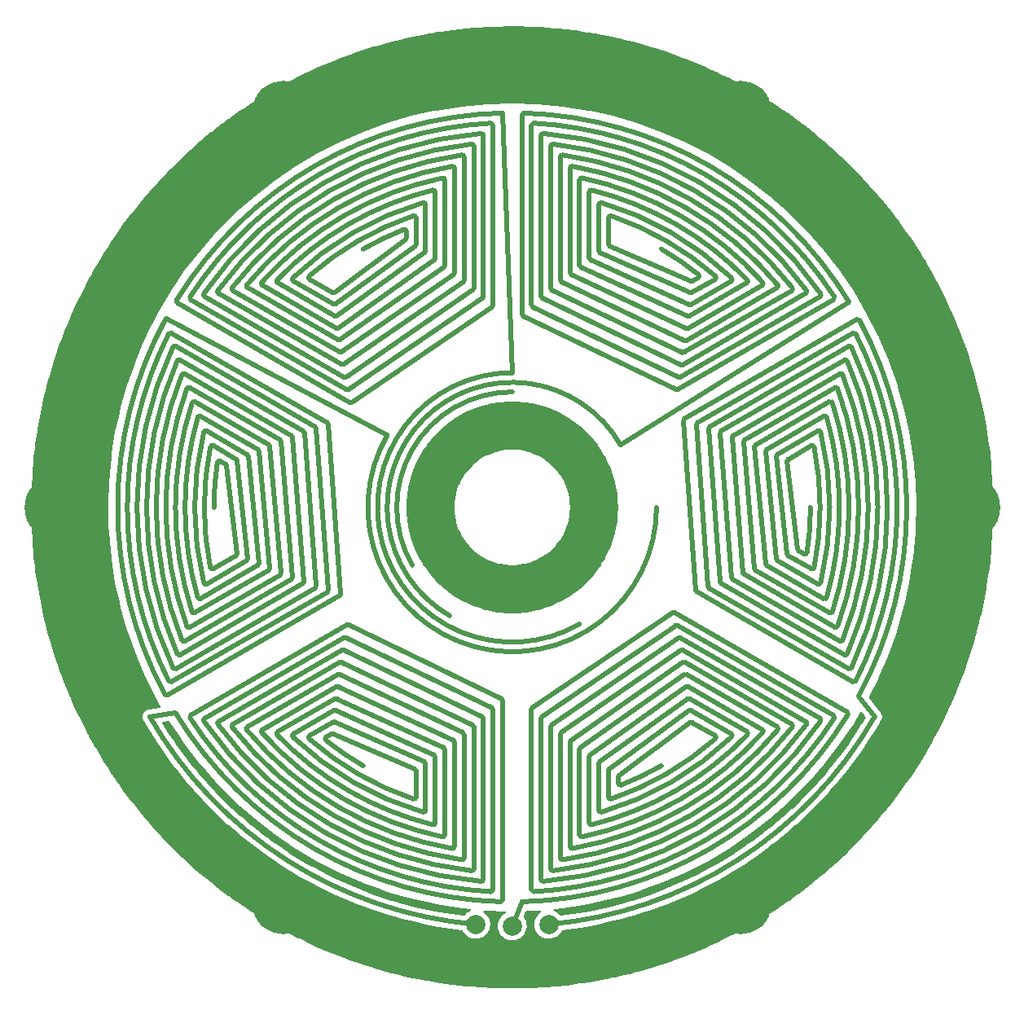
<source format=gbr>
%TF.GenerationSoftware,KiCad,Pcbnew,6.0.5*%
%TF.CreationDate,2022-11-15T19:58:42+01:00*%
%TF.ProjectId,kimotor-project,6b696d6f-746f-4722-9d70-726f6a656374,rev?*%
%TF.SameCoordinates,Original*%
%TF.FileFunction,Copper,L1,Top*%
%TF.FilePolarity,Positive*%
%FSLAX46Y46*%
G04 Gerber Fmt 4.6, Leading zero omitted, Abs format (unit mm)*
G04 Created by KiCad (PCBNEW 6.0.5) date 2022-11-15 19:58:42*
%MOMM*%
%LPD*%
G01*
G04 APERTURE LIST*
%TA.AperFunction,ComponentPad*%
%ADD10C,6.400000*%
%TD*%
%TA.AperFunction,ComponentPad*%
%ADD11C,2.000000*%
%TD*%
%TA.AperFunction,ViaPad*%
%ADD12C,1.000000*%
%TD*%
%TA.AperFunction,ViaPad*%
%ADD13C,0.500000*%
%TD*%
%TA.AperFunction,Conductor*%
%ADD14C,0.500000*%
%TD*%
G04 APERTURE END LIST*
D10*
%TO.P,,1*%
%TO.N,gnd*%
X23749999Y41136206D03*
%TD*%
%TO.P,,1*%
%TO.N,gnd*%
X-23750000Y41136206D03*
%TD*%
%TO.P,,1*%
%TO.N,gnd*%
X-47500000Y0D03*
%TD*%
%TO.P,,1*%
%TO.N,gnd*%
X-23749999Y-41136206D03*
%TD*%
%TO.P,,1*%
%TO.N,gnd*%
X23750000Y-41136206D03*
%TD*%
%TO.P,,1*%
%TO.N,gnd*%
X47500000Y0D03*
%TD*%
D11*
%TO.P,,1*%
%TO.N,N/C*%
X-3791274Y-43334469D03*
%TD*%
%TO.P,,1*%
%TO.N,N/C*%
X0Y-43500000D03*
%TD*%
%TO.P,,1*%
%TO.N,N/C*%
X3791274Y-43334469D03*
%TD*%
D12*
%TO.N,gnd*%
X46821150Y4096319D03*
X45398513Y12164495D03*
X42596465Y19863058D03*
X38500146Y26958092D03*
X33234018Y33234018D03*
X26958092Y38500146D03*
X19863058Y42596465D03*
X12164495Y45398513D03*
X4096319Y46821150D03*
X-4096319Y46821150D03*
X-12164495Y45398513D03*
X-19863058Y42596465D03*
X-26958092Y38500146D03*
X-33234018Y33234018D03*
X-38500146Y26958092D03*
X-42596465Y19863058D03*
X-45398513Y12164495D03*
X-46821150Y4096319D03*
X-46821150Y-4096319D03*
X-45398513Y-12164495D03*
X-42596465Y-19863058D03*
X-38500146Y-26958092D03*
X-33234018Y-33234018D03*
X-26958092Y-38500146D03*
X-19863058Y-42596465D03*
X-12164495Y-45398513D03*
X-4096319Y-46821150D03*
X4096319Y-46821150D03*
X12164495Y-45398513D03*
X19863058Y-42596465D03*
X26958092Y-38500146D03*
X33234018Y-33234018D03*
X38500146Y-26958092D03*
X42596465Y-19863058D03*
X45398513Y-12164495D03*
X46821150Y-4096319D03*
X48315442Y4227053D03*
X46847402Y12552723D03*
X43955927Y20496985D03*
X39728874Y27818457D03*
X34294678Y34294678D03*
X27818457Y39728874D03*
X20496985Y43955927D03*
X12552723Y46847402D03*
X4227053Y48315442D03*
X-4227053Y48315442D03*
X-12552723Y46847402D03*
X-20496985Y43955927D03*
X-27818457Y39728874D03*
X-34294678Y34294678D03*
X-39728874Y27818457D03*
X-43955927Y20496985D03*
X-46847402Y12552723D03*
X-48315442Y4227053D03*
X-48315442Y-4227053D03*
X-46847402Y-12552723D03*
X-43955927Y-20496985D03*
X-39728874Y-27818457D03*
X-34294678Y-34294678D03*
X-27818457Y-39728874D03*
X-20496985Y-43955927D03*
X-12552723Y-46847402D03*
X-4227053Y-48315442D03*
X4227053Y-48315442D03*
X12552723Y-46847402D03*
X20496985Y-43955927D03*
X27818457Y-39728874D03*
X34294678Y-34294678D03*
X39728874Y-27818457D03*
X43955927Y-20496985D03*
X46847402Y-12552723D03*
X48315442Y-4227053D03*
D13*
%TO.N,*%
X0Y12000000D03*
X-6499999Y-11258330D03*
X-10392304Y6000000D03*
X7000000Y-12124355D03*
X-10392304Y-5999999D03*
X15000000Y0D03*
X15500046Y26846760D03*
X-15499953Y26846814D03*
X-30999999Y54D03*
X-15500046Y-26846760D03*
X15499953Y-26846814D03*
X30999999Y-54D03*
%TD*%
D14*
%TO.N,*%
X11258330Y6500000D02*
X34996515Y21359865D01*
X0Y14000000D02*
X-999928Y40987804D01*
X-12990381Y7499999D02*
X-35996444Y19627938D01*
X-37672105Y-21750000D02*
X-34996515Y-21359865D01*
X0Y-43500000D02*
X999928Y-40987804D01*
X37672105Y-21750000D02*
X35996444Y-19627938D01*
X0Y11999998D02*
G75*
G03*
X-10392303Y-5999999I0J-11999998D01*
G01*
X-37672104Y-21749999D02*
G75*
G03*
X-3791274Y-43334468I37672109J21750007D01*
G01*
X0Y-43500000D02*
G75*
G02*
X0Y-43500000I0J0D01*
G01*
X37672104Y-21749999D02*
G75*
G02*
X3791274Y-43334468I-37672109J21750007D01*
G01*
X11258329Y6500000D02*
G75*
G03*
X-6499999Y-11258330I-11258329J-6500000D01*
G01*
X0Y13999999D02*
G75*
G03*
X7000000Y-12124355I0J-13999999D01*
G01*
X-12990381Y7499999D02*
G75*
G03*
X15000000Y0I12990381J-7499999D01*
G01*
X19372582Y24201345D02*
G75*
G02*
X19347575Y23871976I-124982J-156145D01*
G01*
X15500046Y26846760D02*
G75*
G02*
X19372560Y24201318I-15500047J-26846747D01*
G01*
X18758291Y23531735D02*
G75*
G02*
X18579079Y23521307I-99991J173265D01*
G01*
X18758283Y23531749D02*
X19347575Y23871975D01*
X10120812Y27169130D02*
G75*
G02*
X10000047Y27352848I79288J183670D01*
G01*
X10120842Y27169199D02*
X18579079Y23521306D01*
X9999982Y30119671D02*
G75*
G02*
X10264225Y30309166I200118J-71D01*
G01*
X10000052Y30119671D02*
X10000047Y27352848D01*
X21116493Y24043570D02*
G75*
G02*
X21084518Y23720096I-131993J-150270D01*
G01*
X10264225Y30309167D02*
G75*
G02*
X21116497Y24043574I-10264205J-30309127D01*
G01*
X18662475Y22321690D02*
G75*
G02*
X18481419Y22312081I-99975J173210D01*
G01*
X18662455Y22321724D02*
X21084518Y23720096D01*
X9119038Y26461470D02*
G75*
G02*
X9000046Y26644254I80962J182830D01*
G01*
X9119010Y26461407D02*
X18481419Y22312081D01*
X9000133Y31483214D02*
G75*
G02*
X9256179Y31675276I200067J-14D01*
G01*
X9000054Y31483214D02*
X9000046Y26644254D01*
X22803653Y23853673D02*
G75*
G02*
X22765403Y23535853I-138253J-144573D01*
G01*
X9256179Y31675276D02*
G75*
G02*
X22803607Y23853625I-9256180J-31675274D01*
G01*
X18550896Y21102611D02*
G75*
G02*
X18368409Y21093622I-99996J173189D01*
G01*
X18550894Y21102614D02*
X22765403Y23535852D01*
X8117580Y25734422D02*
G75*
G02*
X8000045Y25916576I82420J182178D01*
G01*
X8117560Y25734377D02*
X18368409Y21093621D01*
X7999986Y32790178D02*
G75*
G02*
X8248589Y32984251I200114J-78D01*
G01*
X8000056Y32790178D02*
X8000045Y25916576D01*
X24441005Y23635530D02*
G75*
G02*
X24397222Y23323281I-143805J-139030D01*
G01*
X8248589Y32984253D02*
G75*
G02*
X24440992Y23635517I-8248589J-32984233D01*
G01*
X18422388Y19873702D02*
G75*
G02*
X18238733Y19865255I-99988J173198D01*
G01*
X18422379Y19873717D02*
X24397222Y23323280D01*
X7116388Y24986363D02*
G75*
G02*
X7000043Y25168049I83612J181637D01*
G01*
X7116396Y24986381D02*
X18238733Y19865254D01*
X7000073Y34047089D02*
G75*
G02*
X7241422Y34242689I199927J11D01*
G01*
X7000058Y34047089D02*
X7000043Y25168049D01*
X26034334Y23392466D02*
G75*
G02*
X25985629Y23085645I-148734J-133666D01*
G01*
X7241422Y34242688D02*
G75*
G02*
X26034396Y23392521I-7241422J-34242688D01*
G01*
X18275490Y18634195D02*
G75*
G02*
X18090896Y18626181I-99990J173205D01*
G01*
X18275482Y18634208D02*
X25985629Y23085645D01*
X6115475Y24215485D02*
G75*
G02*
X6000042Y24396676I84525J181215D01*
G01*
X6115456Y24215444D02*
X18090896Y18626181D01*
X6000079Y35259025D02*
G75*
G02*
X6234698Y35456006I200021J-25D01*
G01*
X6000060Y35259025D02*
X6000042Y24396676D01*
X27588508Y23127292D02*
G75*
G02*
X27535265Y22825624I-153208J-128492D01*
G01*
X6234698Y35456007D02*
G75*
G02*
X27588535Y23127315I-6234691J-35455998D01*
G01*
X18108523Y17383165D02*
G75*
G02*
X17923197Y17375458I-100023J173135D01*
G01*
X18108545Y17383127D02*
X27535265Y22825624D01*
X5114719Y23419338D02*
G75*
G02*
X5000040Y23600155I85281J180862D01*
G01*
X5114692Y23419280D02*
X17923197Y17375458D01*
X5000159Y36430755D02*
G75*
G02*
X5228322Y36628739I199941J45D01*
G01*
X5000062Y36430755D02*
X5000040Y23600155D01*
X29107385Y22842167D02*
G75*
G02*
X29049999Y22545454I-157385J-123467D01*
G01*
X5228322Y36628740D02*
G75*
G02*
X29107335Y22842129I-5228322J-36628736D01*
G01*
X17919611Y16119368D02*
G75*
G02*
X17733658Y16111974I-100011J173232D01*
G01*
X17919620Y16119352D02*
X29049999Y22545453D01*
X4114089Y22595235D02*
G75*
G02*
X4000039Y22775795I85911J180565D01*
G01*
X4114077Y22595211D02*
X17733658Y16111974D01*
X4000071Y37565921D02*
G75*
G02*
X4222288Y37764695I200029J-21D01*
G01*
X4000064Y37565921D02*
X4000039Y22775795D01*
X30594093Y22538829D02*
G75*
G02*
X30533098Y22247018I-160993J-118629D01*
G01*
X4222288Y37764694D02*
G75*
G02*
X30594119Y22538849I-4222282J-37764684D01*
G01*
X17706406Y14841566D02*
G75*
G02*
X17519961Y14834413I-100006J173234D01*
G01*
X17706411Y14841557D02*
X30533098Y22247018D01*
X3113593Y21740071D02*
G75*
G02*
X3000038Y21920410I86407J180329D01*
G01*
X3113587Y21740059D02*
X17519961Y14834412D01*
X3000095Y38667803D02*
G75*
G02*
X3216562Y38867126I200005J-3D01*
G01*
X3000066Y38667803D02*
X3000038Y21920410D01*
X32051664Y22219041D02*
G75*
G02*
X31987348Y21931928I-164364J-113941D01*
G01*
X3216562Y38867126D02*
G75*
G02*
X32051715Y22219076I-3216557J-38867120D01*
G01*
X17466190Y13548145D02*
G75*
G02*
X17279354Y13541197I-99990J173255D01*
G01*
X17466181Y13548161D02*
X31987348Y21931928D01*
X2113208Y20849998D02*
G75*
G02*
X2000036Y21030170I86832J180172D01*
G01*
X2113209Y20850000D02*
X17279354Y13541197D01*
X2000058Y39739141D02*
G75*
G02*
X2211124Y39938838I200042J-41D01*
G01*
X2000068Y39739141D02*
X2000036Y21030170D01*
X33482583Y21884205D02*
G75*
G02*
X33415150Y21601566I-167483J-109405D01*
G01*
X2211124Y39938838D02*
G75*
G02*
X33482562Y21884192I-2211121J-39938832D01*
G01*
X17195614Y12237280D02*
G75*
G02*
X17008529Y12230426I-100014J173220D01*
G01*
X17195627Y12237258D02*
X33415150Y21601566D01*
X1112943Y19920379D02*
G75*
G02*
X1000034Y20100401I87057J180021D01*
G01*
X1112935Y19920362D02*
X17008529Y12230425D01*
X1000075Y40782347D02*
G75*
G02*
X1205953Y40982258I199995J3D01*
G01*
X1000070Y40782347D02*
X1000034Y20100401D01*
X1205953Y40982259D02*
G75*
G02*
X34996514Y21359865I-1205953J-40982259D01*
G01*
X-11272804Y28877739D02*
G75*
G02*
X-10999949Y28691104I72453J-186846D01*
G01*
X-15499949Y26846807D02*
G75*
G02*
X-11272804Y28877739I15500049J-26846907D01*
G01*
X-10999950Y28011025D02*
G75*
G02*
X-11080508Y27850608I-200004J2D01*
G01*
X-10999950Y28011025D02*
X-10999949Y28691104D01*
X-18468795Y22349507D02*
G75*
G02*
X-18688237Y22336720I-119442J160419D01*
G01*
X-18468795Y22349507D02*
X-11080508Y27850608D01*
X-21084436Y23720170D02*
G75*
G02*
X-21116413Y24043648I100002J173205D01*
G01*
X-21084436Y23720170D02*
X-18688237Y22336719D01*
X-10264039Y30309229D02*
G75*
G02*
X-9999946Y30119964I64305J-189156D01*
G01*
X-21116413Y24043648D02*
G75*
G02*
X-10264039Y30309228I21116391J-24043614D01*
G01*
X-9999952Y27323022D02*
G75*
G02*
X-10082119Y27161420I-200003J2D01*
G01*
X-9999951Y27323022D02*
X-9999946Y30119964D01*
X-18356746Y21127999D02*
G75*
G02*
X-18574578Y21116397I-117832J161603D01*
G01*
X-18356745Y21127998D02*
X-10082119Y27161419D01*
X-22765320Y23535933D02*
G75*
G02*
X-22803522Y23853704I100000J173204D01*
G01*
X-22765320Y23535932D02*
X-18574578Y21116396D01*
X-9256005Y31675326D02*
G75*
G02*
X-8999944Y31483479I56223J-191766D01*
G01*
X-22803522Y23853704D02*
G75*
G02*
X-9256005Y31675325I22803500J-23853665D01*
G01*
X-8999952Y26616853D02*
G75*
G02*
X-9083406Y26454320I-200003J2D01*
G01*
X-8999952Y26616853D02*
X-8999944Y31483479D01*
X-18227844Y19897202D02*
G75*
G02*
X-18444390Y19886530I-116546J162536D01*
G01*
X-18227844Y19897202D02*
X-9083406Y26454320D01*
X-24397142Y23323366D02*
G75*
G02*
X-24440912Y23635604I100001J173205D01*
G01*
X-24397142Y23323366D02*
X-18444390Y19886530D01*
X-8248439Y32984287D02*
G75*
G02*
X-7999942Y32790354I48622J-193871D01*
G01*
X-24440911Y23635603D02*
G75*
G02*
X-8248439Y32984286I24440909J-23635600D01*
G01*
X-7999953Y25891106D02*
G75*
G02*
X-8084448Y25727832I-200006J4D01*
G01*
X-7999953Y25891106D02*
X-7999942Y32790354D01*
X-18080644Y18656172D02*
G75*
G02*
X-18296149Y18646241I-115505J163273D01*
G01*
X-18080643Y18656171D02*
X-8084448Y25727832D01*
X-25985549Y23085735D02*
G75*
G02*
X-26034316Y23392612I100001J173205D01*
G01*
X-25985549Y23085735D02*
X-18296149Y18646240D01*
X-7241324Y34242709D02*
G75*
G02*
X-6999940Y34047014I41354J-195709D01*
G01*
X-26034316Y23392612D02*
G75*
G02*
X-7241324Y34242709I26034308J-23392598D01*
G01*
X-6999955Y25144136D02*
G75*
G02*
X-7085296Y24980267I-200000J1D01*
G01*
X-6999955Y25144136D02*
X-6999940Y34047014D01*
X-17913462Y17403863D02*
G75*
G02*
X-18128120Y17394528I-114658J163864D01*
G01*
X-17913461Y17403862D02*
X-7085296Y24980267D01*
X-27535185Y22825722D02*
G75*
G02*
X-27588454Y23127411I100000J173204D01*
G01*
X-27535185Y22825721D02*
X-18128120Y17394527D01*
X-6234584Y35456028D02*
G75*
G02*
X-5999938Y35258996I34570J-197067D01*
G01*
X-27588454Y23127411D02*
G75*
G02*
X-6234584Y35456028I27588458J-23127416D01*
G01*
X-5999957Y24374024D02*
G75*
G02*
X-6085988Y24209674I-200003J2D01*
G01*
X-5999956Y24374024D02*
X-5999938Y35258996D01*
X-17724344Y16139094D02*
G75*
G02*
X-17938313Y16130239I-113969J164349D01*
G01*
X-17724344Y16139094D02*
X-6085988Y24209673D01*
X-29049921Y22545556D02*
G75*
G02*
X-29107257Y22842231I100000J173204D01*
G01*
X-29049921Y22545555D02*
X-17938313Y16130239D01*
X-5228192Y36628759D02*
G75*
G02*
X-4999936Y36430797I28304J-197939D01*
G01*
X-29107256Y22842231D02*
G75*
G02*
X-5228192Y36628757I29107249J-22842220D01*
G01*
X-4999959Y23578522D02*
G75*
G02*
X-5086549Y23413786I-200003J2D01*
G01*
X-4999958Y23578522D02*
X-4999936Y36430797D01*
X-17510987Y14860501D02*
G75*
G02*
X-17724397Y14852033I-113410J164742D01*
G01*
X-17510987Y14860501D02*
X-5086549Y23413785D01*
X-30533020Y22247125D02*
G75*
G02*
X-30594040Y22538955I100000J173204D01*
G01*
X-30533020Y22247124D02*
X-17724397Y14852033D01*
X-4222154Y37764710D02*
G75*
G02*
X-3999934Y37565966I22248J-198731D01*
G01*
X-30594041Y22538955D02*
G75*
G02*
X-4222154Y37764710I30594036J-22538944D01*
G01*
X-3999960Y22754981D02*
G75*
G02*
X-4086997Y22589939I-200000J1D01*
G01*
X-3999959Y22754981D02*
X-3999934Y37565966D01*
X-17270649Y13566475D02*
G75*
G02*
X-17483612Y13558314I-112963J165043D01*
G01*
X-17270649Y13566475D02*
X-4086996Y22589938D01*
X-31987272Y21932040D02*
G75*
G02*
X-32051639Y22219189I100002J173205D01*
G01*
X-31987273Y21932039D02*
X-17483612Y13558313D01*
X-3216427Y38867139D02*
G75*
G02*
X-2999932Y38667807I16475J-199340D01*
G01*
X-32051639Y22219188D02*
G75*
G02*
X-3216427Y38867138I32051638J-22219188D01*
G01*
X-2999960Y21900237D02*
G75*
G02*
X-3087342Y21734958I-200001J1D01*
G01*
X-2999960Y21900237D02*
X-2999932Y38667807D01*
X-17000026Y12255095D02*
G75*
G02*
X-17212643Y12247169I-112617J165272D01*
G01*
X-17000025Y12255094D02*
X-3087342Y21734958D01*
X-33415074Y21601684D02*
G75*
G02*
X-33482486Y21884309I100000J173204D01*
G01*
X-33415074Y21601683D02*
X-17212643Y12247168D01*
X-2210985Y39938847D02*
G75*
G02*
X-1999930Y39739151I11053J-199696D01*
G01*
X-33482486Y21884309D02*
G75*
G02*
X-2210985Y39938847I33482483J-21884301D01*
G01*
X-1999963Y21010479D02*
G75*
G02*
X-2087594Y20845032I-200001J2D01*
G01*
X-1999962Y21010479D02*
X-1999930Y39739151D01*
X-16695071Y10924012D02*
G75*
G02*
X-16907440Y10916255I-112369J165451D01*
G01*
X-16695071Y10924012D02*
X-2087594Y20845031D01*
X-34818513Y21257260D02*
G75*
G02*
X-34888701Y21535517I100002J173205D01*
G01*
X-34818513Y21257260D02*
X-16907440Y10916255D01*
X-34888701Y21535517D02*
G75*
G02*
X-999928Y40987804I34888699J-21535514D01*
G01*
X-30645237Y4676469D02*
G75*
G02*
X-30347526Y4819503I197710J-30170D01*
G01*
X-30999997Y54D02*
G75*
G02*
X-30645238Y4676469I31000197J-54D01*
G01*
X-29758235Y4479274D02*
G75*
G02*
X-29659590Y4329302I-100000J-173204D01*
G01*
X-29758235Y4479275D02*
X-30347526Y4819503D01*
X-28589640Y-4819692D02*
G75*
G02*
X-28688285Y-5016127I-198647J-23230D01*
G01*
X-28589639Y-4819692D02*
X-29659589Y4329302D01*
X-31084488Y-6399571D02*
G75*
G02*
X-31380616Y-6265525I-99999J173205D01*
G01*
X-31084488Y-6399571D02*
X-28688285Y-5016128D01*
X-31380594Y6265635D02*
G75*
G02*
X-31084466Y6399678I196128J-39161D01*
G01*
X-31380616Y-6265525D02*
G75*
G02*
X-31380595Y6265635I31380582J6265527D01*
G01*
X-28662407Y5001297D02*
G75*
G02*
X-28563540Y4849337I-100002J-173205D01*
G01*
X-28662407Y5001298D02*
X-31084466Y6399679D01*
X-27475755Y-5333409D02*
G75*
G02*
X-27574624Y-5527857I-198871J-21242D01*
G01*
X-27475755Y-5333409D02*
X-28563539Y4849337D01*
X-31765375Y-7947378D02*
G75*
G02*
X-32059675Y-7821577I-100000J173204D01*
G01*
X-31765375Y-7947379D02*
X-27574624Y-5527858D01*
X-32059648Y7821690D02*
G75*
G02*
X-31765348Y7947490I194300J-47404D01*
G01*
X-32059676Y-7821577D02*
G75*
G02*
X-32059649Y7821690I32059663J7821578D01*
G01*
X-27550848Y5514237D02*
G75*
G02*
X-27451817Y5360698I-99997J-173203D01*
G01*
X-27550848Y5514237D02*
X-31765348Y7947491D01*
X-26345405Y-5837174D02*
G75*
G02*
X-26444436Y-6030044I-199031J-19665D01*
G01*
X-26345404Y-5837174D02*
X-27451817Y5360698D01*
X-32397198Y-9466859D02*
G75*
G02*
X-32689488Y-9348647I-100000J173204D01*
G01*
X-32397198Y-9466860D02*
X-26444436Y-6030045D01*
X-32689456Y9348761D02*
G75*
G02*
X-32397166Y9466974I192291J-54993D01*
G01*
X-32689489Y-9348647D02*
G75*
G02*
X-32689457Y9348761I32689481J9348648D01*
G01*
X-26422334Y6017388D02*
G75*
G02*
X-26323182Y5862578I-99996J-173202D01*
G01*
X-26422334Y6017388D02*
X-32397166Y9466974D01*
X-25197039Y-6330210D02*
G75*
G02*
X-25296192Y-6521808I-199155J-18392D01*
G01*
X-25197039Y-6330210D02*
X-26323182Y5862578D01*
X-32985607Y-10961276D02*
G75*
G02*
X-33275754Y-10850072I-100000J173205D01*
G01*
X-32985607Y-10961276D02*
X-25296192Y-6521809D01*
X-33275717Y10850188D02*
G75*
G02*
X-32985570Y10961392I190146J-62000D01*
G01*
X-33275754Y-10850072D02*
G75*
G02*
X-33275717Y10850188I33275744J10850073D01*
G01*
X-25275439Y6509928D02*
G75*
G02*
X-25176194Y6354086I-99998J-173204D01*
G01*
X-25275439Y6509928D02*
X-32985570Y10961392D01*
X-24028917Y-6811580D02*
G75*
G02*
X-24128163Y-7002148I-199245J-17362D01*
G01*
X-24028917Y-6811580D02*
X-25176194Y6354086D01*
X-33535247Y-12433307D02*
G75*
G02*
X-33823151Y-12328596I-99999J173204D01*
G01*
X-33535246Y-12433309D02*
X-24128163Y-7002148D01*
X-33823108Y12328713D02*
G75*
G02*
X-33535203Y12433425I187905J-68492D01*
G01*
X-33823151Y-12328596D02*
G75*
G02*
X-33823108Y12328713I33823140J12328596D01*
G01*
X-24108503Y6990896D02*
G75*
G02*
X-24009187Y6834215I-99994J-173201D01*
G01*
X-24108503Y6990896D02*
X-33535203Y12433425D01*
X-22839039Y-7280185D02*
G75*
G02*
X-22938354Y-7469914I-199318J-16523D01*
G01*
X-22839038Y-7280185D02*
X-24009187Y6834215D01*
X-34049983Y-13885189D02*
G75*
G02*
X-34335581Y-13786506I-100000J173205D01*
G01*
X-34049983Y-13885190D02*
X-22938354Y-7469914D01*
X-34335533Y13786627D02*
G75*
G02*
X-34049935Y13885309I185597J-74523D01*
G01*
X-34335580Y-13786506D02*
G75*
G02*
X-34335532Y13786627I34335573J13786507D01*
G01*
X-22919579Y7459169D02*
G75*
G02*
X-22820209Y7301811I-100002J-173205D01*
G01*
X-22919579Y7459170D02*
X-34049935Y13885309D01*
X-21625065Y-7734709D02*
G75*
G02*
X-21724436Y-7923761I-199369J-15848D01*
G01*
X-21625065Y-7734709D02*
X-22820208Y7301811D01*
X-34533085Y-15318807D02*
G75*
G02*
X-34816329Y-15225738I-100000J173205D01*
G01*
X-34533085Y-15318808D02*
X-21724436Y-7923761D01*
X-34816276Y15225860D02*
G75*
G02*
X-34533032Y15318928I183244J-80138D01*
G01*
X-34816329Y-15225738D02*
G75*
G02*
X-34816276Y15225860I34816321J15225738D01*
G01*
X-21706371Y7913421D02*
G75*
G02*
X-21606959Y7755524I-100000J-173204D01*
G01*
X-21706371Y7913422D02*
X-34533032Y15318929D01*
X-20384238Y-8173583D02*
G75*
G02*
X-20483651Y-8362095I-199414J-15306D01*
G01*
X-20384237Y-8173583D02*
X-21606958Y7755524D01*
X-34987339Y-16735770D02*
G75*
G02*
X-35268201Y-16647939I-100000J173204D01*
G01*
X-34987339Y-16735770D02*
X-20483651Y-8362095D01*
X-35268143Y16648062D02*
G75*
G02*
X-34987281Y16735891I180862J-85377D01*
G01*
X-35268201Y-16647939D02*
G75*
G02*
X-35268144Y16648062I35268200J16647940D01*
G01*
X-20466142Y8352075D02*
G75*
G02*
X-20366698Y8193761I-100000J-173204D01*
G01*
X-20466142Y8352075D02*
X-34987281Y16735892D01*
X-19113235Y-8594906D02*
G75*
G02*
X-19212680Y-8783002I-199446J-14890D01*
G01*
X-19113235Y-8594906D02*
X-20366698Y8193761D01*
X-35415143Y-18137461D02*
G75*
G02*
X-35693611Y-18054529I-100000J173205D01*
G01*
X-35415143Y-18137461D02*
X-19212680Y-8783002D01*
X-35693548Y18054653D02*
G75*
G02*
X-35415080Y18137584I178468J-90274D01*
G01*
X-35693610Y-18054529D02*
G75*
G02*
X-35693547Y18054653I35693605J18054529D01*
G01*
X-19195590Y8773220D02*
G75*
G02*
X-19096124Y8614605I-99999J-173204D01*
G01*
X-19195590Y8773220D02*
X-35415080Y18137585D01*
X-17808008Y-8996349D02*
G75*
G02*
X-17907475Y-9184144I-199463J-14592D01*
G01*
X-17808008Y-8996349D02*
X-19096123Y8614605D01*
X-35818583Y-19525086D02*
G75*
G02*
X-36094654Y-19446743I-100000J173203D01*
G01*
X-35818583Y-19525086D02*
X-17907475Y-9184144D01*
X-36094653Y-19446743D02*
G75*
G02*
X-35996443Y19627938I36094651J19446744D01*
G01*
X-19372559Y-24201317D02*
G75*
G02*
X-19347575Y-23871975I124983J156137D01*
G01*
X-15500045Y-26846758D02*
G75*
G02*
X-19372559Y-24201317I15500045J26846758D01*
G01*
X-18758283Y-23531750D02*
G75*
G02*
X-18579079Y-23521307I100000J-173204D01*
G01*
X-18758283Y-23531749D02*
X-19347575Y-23871975D01*
X-10120842Y-27169199D02*
G75*
G02*
X-10000047Y-27352848I-79209J-183650D01*
G01*
X-10120842Y-27169199D02*
X-18579079Y-23521306D01*
X-10000052Y-30119750D02*
G75*
G02*
X-10264201Y-30309175I-199991J-4D01*
G01*
X-10000052Y-30119750D02*
X-10000047Y-27352848D01*
X-21116497Y-24043574D02*
G75*
G02*
X-21084518Y-23720096I131980J150272D01*
G01*
X-10264201Y-30309175D02*
G75*
G02*
X-21116497Y-24043574I10264190J30309154D01*
G01*
X-18662454Y-22321725D02*
G75*
G02*
X-18481419Y-22312082I100000J-173206D01*
G01*
X-18662455Y-22321724D02*
X-21084518Y-23720096D01*
X-9119010Y-26461407D02*
G75*
G02*
X-9000046Y-26644254I-81034J-182846D01*
G01*
X-9119010Y-26461407D02*
X-18481419Y-22312081D01*
X-9000055Y-31483274D02*
G75*
G02*
X-9256162Y-31675279I-200044J22D01*
G01*
X-9000054Y-31483274D02*
X-9000046Y-26644254D01*
X-22803607Y-23853625D02*
G75*
G02*
X-22765403Y-23535852I138205J144567D01*
G01*
X-9256162Y-31675279D02*
G75*
G02*
X-22803607Y-23853624I9256153J31675264D01*
G01*
X-18550894Y-21102614D02*
G75*
G02*
X-18368409Y-21093621I100000J-173208D01*
G01*
X-18550894Y-21102614D02*
X-22765403Y-23535852D01*
X-8117560Y-25734377D02*
G75*
G02*
X-8000045Y-25916576I-82485J-182198D01*
G01*
X-8117560Y-25734377D02*
X-18368409Y-21093621D01*
X-8000057Y-32790076D02*
G75*
G02*
X-8248613Y-32984243I-200192J95D01*
G01*
X-8000056Y-32790076D02*
X-8000045Y-25916576D01*
X-24440992Y-23635517D02*
G75*
G02*
X-24397222Y-23323280I143769J139032D01*
G01*
X-8248613Y-32984243D02*
G75*
G02*
X-24440992Y-23635517I8248602J32984217D01*
G01*
X-18422378Y-19873718D02*
G75*
G02*
X-18238733Y-19865255I99999J-173202D01*
G01*
X-18422379Y-19873717D02*
X-24397222Y-23323280D01*
X-7116396Y-24986381D02*
G75*
G02*
X-7000043Y-25168049I-83649J-181669D01*
G01*
X-7116396Y-24986381D02*
X-18238733Y-19865254D01*
X-7000058Y-34047039D02*
G75*
G02*
X-7241432Y-34242686I-199966J-15D01*
G01*
X-7000058Y-34047039D02*
X-7000043Y-25168049D01*
X-26034396Y-23392521D02*
G75*
G02*
X-25985629Y-23085646I148765J133671D01*
G01*
X-7241432Y-34242686D02*
G75*
G02*
X-26034397Y-23392522I7241426J34242677D01*
G01*
X-18275481Y-18634209D02*
G75*
G02*
X-18090896Y-18626182I99999J-173203D01*
G01*
X-18275482Y-18634208D02*
X-25985629Y-23085645D01*
X-6115456Y-24215444D02*
G75*
G02*
X-6000042Y-24396676I-84583J-181231D01*
G01*
X-6115456Y-24215444D02*
X-18090896Y-18626181D01*
X-6000061Y-35259027D02*
G75*
G02*
X-6234698Y-35456008I-200004J2D01*
G01*
X-6000060Y-35259027D02*
X-6000042Y-24396676D01*
X-27588534Y-23127315D02*
G75*
G02*
X-27535265Y-22825625I153271J128485D01*
G01*
X-6234698Y-35456008D02*
G75*
G02*
X-27588535Y-23127315I6234696J35456005D01*
G01*
X-18108545Y-17383127D02*
G75*
G02*
X-17923197Y-17375458I99999J-173210D01*
G01*
X-18108545Y-17383127D02*
X-27535265Y-22825624D01*
X-5114692Y-23419280D02*
G75*
G02*
X-5000040Y-23600155I-85345J-180873D01*
G01*
X-5114692Y-23419280D02*
X-17923197Y-17375458D01*
X-5000062Y-36430755D02*
G75*
G02*
X-5228322Y-36628740I-199989J-4D01*
G01*
X-5000062Y-36430755D02*
X-5000040Y-23600155D01*
X-29107336Y-22842129D02*
G75*
G02*
X-29049999Y-22545453I157336J123471D01*
G01*
X-5228322Y-36628740D02*
G75*
G02*
X-29107335Y-22842129I5228322J36628736D01*
G01*
X-17919620Y-16119352D02*
G75*
G02*
X-17733658Y-16111974I99999J-173208D01*
G01*
X-17919620Y-16119352D02*
X-29049999Y-22545453D01*
X-4114077Y-22595211D02*
G75*
G02*
X-4000039Y-22775795I-85957J-180581D01*
G01*
X-4114077Y-22595211D02*
X-17733658Y-16111974D01*
X-4000064Y-37565921D02*
G75*
G02*
X-4222288Y-37764695I-200020J10D01*
G01*
X-4000064Y-37565921D02*
X-4000039Y-22775795D01*
X-30594120Y-22538849D02*
G75*
G02*
X-30533098Y-22247018I161023J118625D01*
G01*
X-4222288Y-37764694D02*
G75*
G02*
X-30594119Y-22538849I4222282J37764684D01*
G01*
X-17706411Y-14841557D02*
G75*
G02*
X-17519961Y-14834413I99999J-173204D01*
G01*
X-17706411Y-14841557D02*
X-30533098Y-22247018D01*
X-3113587Y-21740058D02*
G75*
G02*
X-3000038Y-21920410I-86450J-180350D01*
G01*
X-3113587Y-21740059D02*
X-17519961Y-14834412D01*
X-3000067Y-38667811D02*
G75*
G02*
X-3216561Y-38867128I-199998J0D01*
G01*
X-3000066Y-38667811D02*
X-3000038Y-21920410D01*
X-32051715Y-22219076D02*
G75*
G02*
X-31987348Y-21931929I164367J113943D01*
G01*
X-3216561Y-38867127D02*
G75*
G02*
X-32051715Y-22219076I3216560J38867124D01*
G01*
X-17466181Y-13548162D02*
G75*
G02*
X-17279354Y-13541198I100000J-173212D01*
G01*
X-17466181Y-13548161D02*
X-31987348Y-21931928D01*
X-2113209Y-20850000D02*
G75*
G02*
X-2000036Y-21030170I-86826J-180169D01*
G01*
X-2113209Y-20850000D02*
X-17279354Y-13541197D01*
X-2000069Y-39739141D02*
G75*
G02*
X-2211124Y-39938839I-200006J3D01*
G01*
X-2000068Y-39739141D02*
X-2000036Y-21030170D01*
X-33482563Y-21884192D02*
G75*
G02*
X-33415149Y-21601567I167414J109420D01*
G01*
X-2211124Y-39938838D02*
G75*
G02*
X-33482562Y-21884192I2211121J39938832D01*
G01*
X-17195627Y-12237258D02*
G75*
G02*
X-17008529Y-12230425I100000J-173208D01*
G01*
X-17195627Y-12237258D02*
X-33415149Y-21601566D01*
X-1112935Y-19920362D02*
G75*
G02*
X-1000034Y-20100401I-87101J-180039D01*
G01*
X-1112935Y-19920362D02*
X-17008529Y-12230425D01*
X-1000071Y-40782347D02*
G75*
G02*
X-1205953Y-40982258I-199997J-1D01*
G01*
X-1000070Y-40782347D02*
X-1000034Y-20100401D01*
X-1205953Y-40982259D02*
G75*
G02*
X-34996514Y-21359865I1205952J40982257D01*
G01*
X11272837Y-28877805D02*
G75*
G02*
X10999949Y-28691086I-72437J186905D01*
G01*
X15499953Y-26846814D02*
G75*
G02*
X11272810Y-28877736I-15500045J26847026D01*
G01*
X10999991Y-28011025D02*
G75*
G02*
X11080508Y-27850609I200009J25D01*
G01*
X10999950Y-28011025D02*
X10999949Y-28691086D01*
X18468772Y-22349476D02*
G75*
G02*
X18688237Y-22336720I119428J-160424D01*
G01*
X18468795Y-22349507D02*
X11080508Y-27850608D01*
X21084417Y-23720200D02*
G75*
G02*
X21116412Y-24043648I-100017J-173200D01*
G01*
X21084435Y-23720170D02*
X18688237Y-22336719D01*
X10264092Y-30309270D02*
G75*
G02*
X9999946Y-30119851I-64192J189370D01*
G01*
X21116413Y-24043649D02*
G75*
G02*
X10264074Y-30309217I-21116393J24043619D01*
G01*
X9999990Y-27323022D02*
G75*
G02*
X10082120Y-27161420I200010J22D01*
G01*
X9999951Y-27323022D02*
X9999946Y-30119851D01*
X18356759Y-21128018D02*
G75*
G02*
X18574578Y-21116396I117841J-161582D01*
G01*
X18356745Y-21127998D02*
X10082119Y-27161419D01*
X22765352Y-23535878D02*
G75*
G02*
X22803524Y-23853705I-100052J-173222D01*
G01*
X22765321Y-23535932D02*
X18574578Y-21116396D01*
X9256028Y-31675317D02*
G75*
G02*
X8999944Y-31483388I-56128J191917D01*
G01*
X22803524Y-23853705D02*
G75*
G02*
X9256029Y-31675319I-22803504J23853675D01*
G01*
X8999934Y-26616853D02*
G75*
G02*
X9083406Y-26454320I200066J-47D01*
G01*
X8999952Y-26616853D02*
X8999944Y-31483388D01*
X18227852Y-19897213D02*
G75*
G02*
X18444390Y-19886531I116548J-162487D01*
G01*
X18227844Y-19897202D02*
X9083406Y-26454320D01*
X24397123Y-23323398D02*
G75*
G02*
X24440911Y-23635604I-100023J-173202D01*
G01*
X24397142Y-23323366D02*
X18444390Y-19886530D01*
X8248431Y-32984251D02*
G75*
G02*
X7999942Y-32790351I-48631J193851D01*
G01*
X24440911Y-23635604D02*
G75*
G02*
X8248440Y-32984287I-24440911J23635604D01*
G01*
X7999979Y-25891106D02*
G75*
G02*
X8084448Y-25727833I200021J6D01*
G01*
X7999953Y-25891106D02*
X7999942Y-32790351D01*
X18080614Y-18656130D02*
G75*
G02*
X18296149Y-18646240I115486J-163270D01*
G01*
X18080643Y-18656171D02*
X8084448Y-25727832D01*
X25985587Y-23085671D02*
G75*
G02*
X26034317Y-23392613I-100087J-173229D01*
G01*
X25985550Y-23085736D02*
X18296149Y-18646240D01*
X7241320Y-34242646D02*
G75*
G02*
X6999940Y-34046967I-41320J195746D01*
G01*
X26034317Y-23392613D02*
G75*
G02*
X7241333Y-34242706I-26034313J23392612D01*
G01*
X7000005Y-25144136D02*
G75*
G02*
X7085296Y-24980268I199995J36D01*
G01*
X6999955Y-25144136D02*
X6999940Y-34046967D01*
X17913450Y-17403846D02*
G75*
G02*
X18128120Y-17394527I114650J-163854D01*
G01*
X17913461Y-17403862D02*
X7085296Y-24980267D01*
X27535202Y-22825691D02*
G75*
G02*
X27588453Y-23127411I-100002J-173209D01*
G01*
X27535185Y-22825721D02*
X18128120Y-17394527D01*
X6234583Y-35456022D02*
G75*
G02*
X5999938Y-35258996I-34573J197062D01*
G01*
X27588454Y-23127411D02*
G75*
G02*
X6234584Y-35456028I-27588458J23127416D01*
G01*
X5999995Y-24374024D02*
G75*
G02*
X6085988Y-24209673I200005J24D01*
G01*
X5999956Y-24374024D02*
X5999938Y-35258996D01*
X17724337Y-16139084D02*
G75*
G02*
X17938313Y-16130239I113963J-164316D01*
G01*
X17724344Y-16139094D02*
X6085988Y-24209673D01*
X29049893Y-22545601D02*
G75*
G02*
X29107257Y-22842231I-99993J-173199D01*
G01*
X29049920Y-22545555D02*
X17938313Y-16130239D01*
X5228194Y-36628752D02*
G75*
G02*
X4999936Y-36430771I-28294J197952D01*
G01*
X29107257Y-22842231D02*
G75*
G02*
X5228195Y-36628758I-29107252J22842223D01*
G01*
X4999995Y-23578522D02*
G75*
G02*
X5086549Y-23413785I200005J22D01*
G01*
X4999958Y-23578522D02*
X4999936Y-36430771D01*
X17510990Y-14860506D02*
G75*
G02*
X17724397Y-14852033I113410J-164694D01*
G01*
X17510987Y-14860501D02*
X5086549Y-23413785D01*
X30533044Y-22247082D02*
G75*
G02*
X30594041Y-22538955I-100044J-173218D01*
G01*
X30533020Y-22247124D02*
X17724397Y-14852033D01*
X4222156Y-37764724D02*
G75*
G02*
X3999934Y-37565964I-22256J198724D01*
G01*
X30594041Y-22538955D02*
G75*
G02*
X4222154Y-37764710I-30594036J22538944D01*
G01*
X3999962Y-22754981D02*
G75*
G02*
X4086996Y-22589938I200038J-19D01*
G01*
X3999959Y-22754981D02*
X3999934Y-37565964D01*
X17270642Y-13566465D02*
G75*
G02*
X17483612Y-13558313I112958J-165035D01*
G01*
X17270649Y-13566475D02*
X4086996Y-22589938D01*
X31987297Y-21931993D02*
G75*
G02*
X32051638Y-22219188I-99997J-173207D01*
G01*
X31987271Y-21932039D02*
X17483612Y-13558313D01*
X3216432Y-38867192D02*
G75*
G02*
X2999932Y-38667804I-16432J199392D01*
G01*
X32051638Y-22219188D02*
G75*
G02*
X3216428Y-38867139I-32051633J22219177D01*
G01*
X3000009Y-21900237D02*
G75*
G02*
X3087342Y-21734959I199991J37D01*
G01*
X2999960Y-21900237D02*
X2999932Y-38667804D01*
X16999999Y-12255056D02*
G75*
G02*
X17212643Y-12247169I112601J-165344D01*
G01*
X17000025Y-12255094D02*
X3087342Y-21734958D01*
X33415061Y-21601706D02*
G75*
G02*
X33482486Y-21884309I-99961J-173194D01*
G01*
X33415074Y-21601683D02*
X17212643Y-12247168D01*
X2210985Y-39938844D02*
G75*
G02*
X1999930Y-39739155I-11065J199684D01*
G01*
X33482486Y-21884309D02*
G75*
G02*
X2210985Y-39938847I-33482483J21884301D01*
G01*
X1999963Y-21010479D02*
G75*
G02*
X2087594Y-20845032I200037J-21D01*
G01*
X1999962Y-21010479D02*
X1999930Y-39739155D01*
X16695046Y-10923976D02*
G75*
G02*
X16907440Y-10916255I112354J-165524D01*
G01*
X16695071Y-10924012D02*
X2087594Y-20845031D01*
X34818491Y-21257299D02*
G75*
G02*
X34888701Y-21535517I-99991J-173201D01*
G01*
X34818513Y-21257260D02*
X16907440Y-10916255D01*
X34888701Y-21535517D02*
G75*
G02*
X999928Y-40987804I-34888699J21535514D01*
G01*
X30645197Y-4676463D02*
G75*
G02*
X30347526Y-4819503I-197697J30163D01*
G01*
X30999999Y-54D02*
G75*
G02*
X30645237Y-4676469I-31000412J88D01*
G01*
X29758233Y-4479279D02*
G75*
G02*
X29659590Y-4329302I99967J173179D01*
G01*
X29758235Y-4479275D02*
X30347526Y-4819503D01*
X28589624Y4819690D02*
G75*
G02*
X28688285Y5016128I198676J23210D01*
G01*
X28589639Y4819692D02*
X29659589Y-4329302D01*
X31084486Y6399575D02*
G75*
G02*
X31380616Y6265525I100014J-173175D01*
G01*
X31084488Y6399571D02*
X28688285Y5016128D01*
X31380626Y-6265641D02*
G75*
G02*
X31084466Y-6399679I-196126J39141D01*
G01*
X31380616Y6265525D02*
G75*
G02*
X31380594Y-6265635I-31380616J-6265525D01*
G01*
X28662407Y-5001299D02*
G75*
G02*
X28563540Y-4849337I99993J173199D01*
G01*
X28662407Y-5001298D02*
X31084466Y-6399679D01*
X27475789Y5333413D02*
G75*
G02*
X27574624Y5527858I198811J21287D01*
G01*
X27475755Y5333409D02*
X28563539Y-4849337D01*
X31765386Y7947361D02*
G75*
G02*
X32059675Y7821578I100014J-173161D01*
G01*
X31765376Y7947379D02*
X27574624Y5527858D01*
X32059571Y-7821671D02*
G75*
G02*
X31765348Y-7947490I-194271J47371D01*
G01*
X32059675Y7821578D02*
G75*
G02*
X32059648Y-7821690I-32059675J-7821578D01*
G01*
X27550872Y-5514195D02*
G75*
G02*
X27451818Y-5360698I99928J173195D01*
G01*
X27550848Y-5514237D02*
X31765348Y-7947491D01*
X26345350Y5837169D02*
G75*
G02*
X26444436Y6030044I199050J19631D01*
G01*
X26345404Y5837174D02*
X27451817Y-5360698D01*
X32397186Y9466880D02*
G75*
G02*
X32689488Y9348647I100014J-173180D01*
G01*
X32397198Y9466860D02*
X26444436Y6030045D01*
X32689487Y-9348770D02*
G75*
G02*
X32397166Y-9466974I-192287J54970D01*
G01*
X32689489Y9348647D02*
G75*
G02*
X32689456Y-9348761I-32689489J-9348647D01*
G01*
X26422336Y-6017384D02*
G75*
G02*
X26323182Y-5862578I99964J173184D01*
G01*
X26422334Y-6017388D02*
X32397166Y-9466974D01*
X25197040Y6330210D02*
G75*
G02*
X25296192Y6521809I199160J18390D01*
G01*
X25197039Y6330210D02*
X26323182Y-5862578D01*
X32985595Y10961300D02*
G75*
G02*
X33275754Y10850072I100005J-173200D01*
G01*
X32985608Y10961277D02*
X25296192Y6521809D01*
X33275751Y-10850199D02*
G75*
G02*
X32985570Y-10961391I-190151J61999D01*
G01*
X33275754Y10850072D02*
G75*
G02*
X33275716Y-10850188I-33275754J-10850072D01*
G01*
X25275458Y-6509896D02*
G75*
G02*
X25176194Y-6354086I99942J173196D01*
G01*
X25275439Y-6509928D02*
X32985570Y-10961392D01*
X24028896Y6811578D02*
G75*
G02*
X24128163Y7002147I199304J17322D01*
G01*
X24028917Y6811580D02*
X25176194Y-6354086D01*
X33535214Y12433362D02*
G75*
G02*
X33823150Y12328595I99986J-173262D01*
G01*
X33535245Y12433308D02*
X24128163Y7002148D01*
X33823114Y-12328715D02*
G75*
G02*
X33535203Y-12433424I-187914J68515D01*
G01*
X33823152Y12328595D02*
G75*
G02*
X33823109Y-12328713I-33823132J-12328595D01*
G01*
X24108500Y-6990901D02*
G75*
G02*
X24009187Y-6834215I100000J173201D01*
G01*
X24108503Y-6990896D02*
X33535203Y-12433425D01*
X22839053Y7280186D02*
G75*
G02*
X22938354Y7469913I199347J16514D01*
G01*
X22839038Y7280185D02*
X24009187Y-6834215D01*
X34049992Y13885176D02*
G75*
G02*
X34335581Y13786507I100008J-173176D01*
G01*
X34049984Y13885190D02*
X22938354Y7469914D01*
X34335487Y-13786608D02*
G75*
G02*
X34049935Y-13885308I-185587J74508D01*
G01*
X34335580Y13786507D02*
G75*
G02*
X34335532Y-13786627I-34335580J-13786507D01*
G01*
X22919561Y-7459202D02*
G75*
G02*
X22820209Y-7301811I100039J173202D01*
G01*
X22919579Y-7459170D02*
X34049935Y-13885309D01*
X21625089Y7734711D02*
G75*
G02*
X21724436Y7923760I199311J15889D01*
G01*
X21625065Y7734709D02*
X22820208Y-7301811D01*
X34533097Y15318788D02*
G75*
G02*
X34816329Y15225738I100003J-173188D01*
G01*
X34533086Y15318808D02*
X21724436Y7923761D01*
X34816244Y-15225846D02*
G75*
G02*
X34533032Y-15318928I-183244J80146D01*
G01*
X34816329Y15225738D02*
G75*
G02*
X34816276Y-15225860I-34816329J-15225738D01*
G01*
X21706371Y-7913422D02*
G75*
G02*
X21606959Y-7755524I100029J173222D01*
G01*
X21706371Y-7913422D02*
X34533032Y-15318929D01*
X20384272Y8173586D02*
G75*
G02*
X20483651Y8362094I199428J15314D01*
G01*
X20384237Y8173583D02*
X21606958Y-7755524D01*
X34987305Y16735830D02*
G75*
G02*
X35268200Y16647939I99995J-173230D01*
G01*
X34987339Y16735770D02*
X20483651Y8362095D01*
X35268162Y-16648071D02*
G75*
G02*
X34987281Y-16735892I-180862J85371D01*
G01*
X35268202Y16647939D02*
G75*
G02*
X35268144Y-16648062I-35268202J-16647939D01*
G01*
X20466141Y-8352077D02*
G75*
G02*
X20366698Y-8193761I99959J173177D01*
G01*
X20466142Y-8352075D02*
X34987281Y-16735892D01*
X19113248Y8594907D02*
G75*
G02*
X19212680Y8783002I199452J14893D01*
G01*
X19113235Y8594906D02*
X20366698Y-8193761D01*
X35415105Y18137527D02*
G75*
G02*
X35693610Y18054528I99995J-173227D01*
G01*
X35415143Y18137461D02*
X19212680Y8783002D01*
X35693565Y-18054661D02*
G75*
G02*
X35415080Y-18137584I-178465J90261D01*
G01*
X35693611Y18054528D02*
G75*
G02*
X35693548Y-18054653I-35693601J-18054528D01*
G01*
X19195594Y-8773213D02*
G75*
G02*
X19096124Y-8614605I100006J173213D01*
G01*
X19195590Y-8773220D02*
X35415080Y-18137585D01*
X17807984Y8996347D02*
G75*
G02*
X17907475Y9184144I199516J14553D01*
G01*
X17808008Y8996349D02*
X19096123Y-8614605D01*
X35818591Y19525071D02*
G75*
G02*
X36094654Y19446743I100009J-173171D01*
G01*
X35818583Y19525086D02*
X17907475Y9184144D01*
X36094655Y19446743D02*
G75*
G02*
X35996444Y-19627938I-36094655J-19446743D01*
G01*
%TD*%
%TA.AperFunction,Conductor*%
%TO.N,gnd*%
G36*
X40760Y49994992D02*
G01*
X927504Y49988746D01*
X929563Y49988708D01*
X1449444Y49973990D01*
X1449756Y49973981D01*
X2338313Y49942673D01*
X2340338Y49942579D01*
X2857387Y49913280D01*
X2857683Y49913263D01*
X3747214Y49856795D01*
X3749331Y49856637D01*
X4262895Y49812926D01*
X4263229Y49812897D01*
X4916506Y49752908D01*
X5153161Y49731176D01*
X5155292Y49730957D01*
X5564223Y49684463D01*
X5585669Y49682025D01*
X5664704Y49673039D01*
X5665331Y49672966D01*
X6433161Y49580578D01*
X6555071Y49565910D01*
X6557207Y49565629D01*
X7062064Y49493704D01*
X7062692Y49493613D01*
X7231117Y49468516D01*
X7951734Y49361136D01*
X7953788Y49360807D01*
X8453908Y49275053D01*
X8454406Y49274966D01*
X8692462Y49232606D01*
X9342023Y49117022D01*
X9344164Y49116616D01*
X9575987Y49070078D01*
X9838983Y49017281D01*
X10473119Y48885911D01*
X10724895Y48833752D01*
X10727036Y48833283D01*
X11003269Y48769647D01*
X11215796Y48720687D01*
X11216076Y48720622D01*
X11646040Y48618837D01*
X12099204Y48511559D01*
X12101344Y48511028D01*
X12445419Y48421438D01*
X12583593Y48385460D01*
X12584004Y48385352D01*
X13463947Y48150679D01*
X13466005Y48150105D01*
X13941371Y48011853D01*
X13941701Y48011756D01*
X14817930Y47751421D01*
X14819976Y47750788D01*
X15221128Y47621700D01*
X15287795Y47600247D01*
X15288297Y47600084D01*
X15730655Y47454974D01*
X16160008Y47314130D01*
X16162131Y47313407D01*
X16622189Y47150858D01*
X16622704Y47150674D01*
X17489339Y46839080D01*
X17491345Y46838333D01*
X17753645Y46737219D01*
X17942950Y46664244D01*
X17943448Y46664051D01*
X18205304Y46561483D01*
X18804700Y46326701D01*
X18806743Y46325873D01*
X19066954Y46217010D01*
X19249436Y46140666D01*
X19249916Y46140464D01*
X19459078Y46051661D01*
X20104998Y45777425D01*
X20107041Y45776530D01*
X20540690Y45580508D01*
X20540950Y45580390D01*
X21389359Y45191620D01*
X21391358Y45190676D01*
X21815257Y44984422D01*
X22656644Y44569803D01*
X22658609Y44568807D01*
X23011469Y44384590D01*
X23072205Y44352882D01*
X23072633Y44352657D01*
X23905935Y43912422D01*
X23907855Y43911379D01*
X24206025Y43744811D01*
X24310571Y43686408D01*
X24310982Y43686178D01*
X25136029Y43220114D01*
X25138042Y43218945D01*
X25530080Y42985143D01*
X25530175Y42985087D01*
X25962040Y42724813D01*
X26346203Y42493288D01*
X26348195Y42492054D01*
X26728545Y42250374D01*
X26728921Y42250134D01*
X26995373Y42079137D01*
X27535340Y41732610D01*
X27537261Y41731344D01*
X27905933Y41482166D01*
X28702545Y40938653D01*
X28704470Y40937306D01*
X29060638Y40681602D01*
X29483938Y40374967D01*
X29846881Y40112054D01*
X29848792Y40110634D01*
X30192073Y39849150D01*
X30192337Y39848948D01*
X30967456Y39253455D01*
X30969264Y39252031D01*
X31153032Y39103648D01*
X31299523Y38985364D01*
X31299830Y38985115D01*
X32063207Y38363674D01*
X32065055Y38362133D01*
X32382062Y38090995D01*
X32866034Y37673797D01*
X33133524Y37443212D01*
X33135337Y37441611D01*
X33434521Y37170688D01*
X33438437Y37167141D01*
X33556546Y37059381D01*
X34177398Y36492928D01*
X34179174Y36491268D01*
X34468180Y36214279D01*
X34468438Y36214030D01*
X34470680Y36211866D01*
X35194105Y35513481D01*
X35195822Y35511782D01*
X35469981Y35233714D01*
X35470223Y35233468D01*
X36182656Y34505820D01*
X36184353Y34504044D01*
X36443819Y34225538D01*
X36914696Y33716686D01*
X37142407Y33470610D01*
X37144062Y33468777D01*
X37388304Y33191264D01*
X38072614Y32408645D01*
X38074145Y32406847D01*
X38247097Y32198746D01*
X38302727Y32131810D01*
X38302923Y32131574D01*
X38972368Y31320961D01*
X38973932Y31319018D01*
X39186856Y31047545D01*
X39615087Y30498195D01*
X39841096Y30208262D01*
X39842612Y30206266D01*
X40039332Y29940284D01*
X40678093Y29071443D01*
X40679559Y29069394D01*
X40859867Y28810589D01*
X40860021Y28810368D01*
X41482637Y27911481D01*
X41484052Y27909381D01*
X41647639Y27659806D01*
X41647780Y27659591D01*
X42254134Y26729238D01*
X42255495Y26727089D01*
X42402176Y26488865D01*
X42402272Y26488710D01*
X42714459Y25978865D01*
X42991919Y25525733D01*
X42993226Y25523535D01*
X43122855Y25299011D01*
X43122971Y25298810D01*
X43695475Y24301804D01*
X43696725Y24299559D01*
X43808986Y24091750D01*
X43809090Y24091556D01*
X44364140Y23058606D01*
X44365333Y23056316D01*
X44460051Y22868455D01*
X44460144Y22868270D01*
X44997504Y21796905D01*
X44998637Y21794570D01*
X45075433Y21630888D01*
X45075388Y21630867D01*
X45075516Y21630712D01*
X45594959Y20517901D01*
X45596031Y20515525D01*
X45654967Y20380069D01*
X45654921Y20380049D01*
X45655039Y20379902D01*
X46156096Y19222476D01*
X46157076Y19220128D01*
X46197908Y19118514D01*
X46197971Y19118356D01*
X46680403Y17911808D01*
X46681348Y17909352D01*
X46703967Y17848108D01*
X47167395Y16587147D01*
X47167530Y16586779D01*
X47168409Y16584285D01*
X47172498Y16572168D01*
X47391221Y15920931D01*
X47616304Y15250757D01*
X47617155Y15248101D01*
X47862866Y14441937D01*
X48027045Y13903273D01*
X48027820Y13900599D01*
X48303741Y12894508D01*
X48399677Y12544695D01*
X48400371Y12542014D01*
X48720625Y11230466D01*
X48733865Y11176243D01*
X48734485Y11173541D01*
X48804665Y10846393D01*
X49029387Y9798841D01*
X49029933Y9796106D01*
X49285972Y8413736D01*
X49286442Y8410986D01*
X49503449Y7021871D01*
X49503840Y7019110D01*
X49681616Y5624502D01*
X49681930Y5621730D01*
X49820350Y4222649D01*
X49820585Y4219884D01*
X49837646Y3978073D01*
X49919537Y2817413D01*
X49919694Y2814628D01*
X49979097Y1409944D01*
X49979175Y1407156D01*
X49998980Y1395D01*
X49998980Y150D01*
X49998918Y0D01*
X49998980Y-150D01*
X49998980Y-1395D01*
X49979175Y-1407156D01*
X49979097Y-1409944D01*
X49919694Y-2814628D01*
X49919537Y-2817413D01*
X49837325Y-3982629D01*
X49820586Y-4219870D01*
X49820350Y-4222649D01*
X49681930Y-5621730D01*
X49681616Y-5624502D01*
X49592535Y-6323319D01*
X49540795Y-6729211D01*
X49503840Y-7019110D01*
X49503450Y-7021861D01*
X49316118Y-8221025D01*
X49286442Y-8410986D01*
X49285972Y-8413736D01*
X49029933Y-9796106D01*
X49029387Y-9798841D01*
X49018041Y-9851733D01*
X48755852Y-11073941D01*
X48734489Y-11173524D01*
X48733869Y-11176225D01*
X48469673Y-12258202D01*
X48400376Y-12541995D01*
X48399682Y-12544676D01*
X48282523Y-12971873D01*
X48027821Y-13900594D01*
X48027045Y-13903273D01*
X47617155Y-15248100D01*
X47616304Y-15250756D01*
X47292934Y-16213578D01*
X47172618Y-16571812D01*
X47168395Y-16584326D01*
X47167538Y-16586755D01*
X46923757Y-17250072D01*
X46704052Y-17847876D01*
X46703998Y-17848024D01*
X46681348Y-17909352D01*
X46680403Y-17911808D01*
X46198034Y-19118198D01*
X46197971Y-19118355D01*
X46157090Y-19220093D01*
X46156095Y-19222477D01*
X45681558Y-20318645D01*
X45655040Y-20379901D01*
X45654913Y-20380045D01*
X45654967Y-20380069D01*
X45596031Y-20515525D01*
X45594959Y-20517901D01*
X45075516Y-21630712D01*
X45075376Y-21630861D01*
X45075433Y-21630888D01*
X44998637Y-21794570D01*
X44997508Y-21796898D01*
X44960893Y-21869898D01*
X44460237Y-22868085D01*
X44460144Y-22868270D01*
X44365333Y-23056316D01*
X44364140Y-23058606D01*
X43809090Y-24091556D01*
X43808986Y-24091750D01*
X43696725Y-24299559D01*
X43695475Y-24301803D01*
X43122980Y-25298794D01*
X43122863Y-25298996D01*
X42993225Y-25523535D01*
X42991930Y-25525715D01*
X42402305Y-26488656D01*
X42402176Y-26488865D01*
X42255495Y-26727089D01*
X42254134Y-26729238D01*
X41647780Y-27659591D01*
X41647639Y-27659806D01*
X41484052Y-27909381D01*
X41482637Y-27911481D01*
X40860021Y-28810368D01*
X40859867Y-28810589D01*
X40679559Y-29069394D01*
X40678099Y-29071434D01*
X40039405Y-29940185D01*
X39842612Y-30206266D01*
X39841099Y-30208258D01*
X39186888Y-31047504D01*
X39001688Y-31283630D01*
X38973932Y-31319018D01*
X38972368Y-31320960D01*
X38302945Y-32131547D01*
X38302764Y-32131766D01*
X38074145Y-32406847D01*
X38072614Y-32408645D01*
X37388359Y-33191202D01*
X37144062Y-33468777D01*
X37142407Y-33470610D01*
X36458340Y-34209846D01*
X36444052Y-34225286D01*
X36443826Y-34225530D01*
X36184353Y-34504044D01*
X36182656Y-34505820D01*
X35470223Y-35233468D01*
X35469981Y-35233714D01*
X35356745Y-35348565D01*
X35208894Y-35498524D01*
X35195822Y-35511782D01*
X35194105Y-35513481D01*
X34911687Y-35786124D01*
X34468438Y-36214030D01*
X34468180Y-36214279D01*
X34179174Y-36491268D01*
X34177398Y-36492928D01*
X33601713Y-37018172D01*
X33495795Y-37114810D01*
X33438757Y-37166850D01*
X33438528Y-37167059D01*
X33218623Y-37366192D01*
X33135337Y-37441611D01*
X33133524Y-37443212D01*
X32483737Y-38003349D01*
X32382397Y-38090707D01*
X32382107Y-38090957D01*
X32065055Y-38362133D01*
X32063207Y-38363674D01*
X31299830Y-38985115D01*
X31299523Y-38985364D01*
X31153032Y-39103648D01*
X30969264Y-39252031D01*
X30967456Y-39253455D01*
X30192397Y-39848902D01*
X30192073Y-39849150D01*
X29848792Y-40110634D01*
X29846881Y-40112054D01*
X29652161Y-40253108D01*
X29060658Y-40681588D01*
X28791066Y-40875136D01*
X28704485Y-40937295D01*
X28702562Y-40938641D01*
X27905869Y-41482209D01*
X27537261Y-41731344D01*
X27535340Y-41732610D01*
X27287126Y-41891903D01*
X26728921Y-42250134D01*
X26728545Y-42250374D01*
X26348195Y-42492054D01*
X26346203Y-42493288D01*
X26190019Y-42587416D01*
X25530175Y-42985087D01*
X25530080Y-42985143D01*
X25363280Y-43084619D01*
X25138044Y-43218944D01*
X25136029Y-43220114D01*
X24310982Y-43686178D01*
X24310571Y-43686408D01*
X24267722Y-43710345D01*
X23907855Y-43911379D01*
X23905935Y-43912422D01*
X23316712Y-44223710D01*
X23072633Y-44352657D01*
X23072205Y-44352882D01*
X22658609Y-44568807D01*
X22656644Y-44569803D01*
X21982845Y-44901838D01*
X21815531Y-44984287D01*
X21815257Y-44984422D01*
X21391358Y-45190676D01*
X21389364Y-45191618D01*
X20540950Y-45580390D01*
X20540690Y-45580508D01*
X20107041Y-45776530D01*
X20104998Y-45777425D01*
X19690743Y-45953304D01*
X19249916Y-46140464D01*
X19249436Y-46140666D01*
X19066954Y-46217010D01*
X18806743Y-46325873D01*
X18804700Y-46326701D01*
X18429031Y-46473850D01*
X17943448Y-46664051D01*
X17942950Y-46664244D01*
X17753645Y-46737219D01*
X17491345Y-46838333D01*
X17489339Y-46839080D01*
X16758763Y-47101755D01*
X16622704Y-47150674D01*
X16622189Y-47150858D01*
X16162131Y-47313407D01*
X16160018Y-47314126D01*
X15288327Y-47600074D01*
X15287821Y-47600239D01*
X14819976Y-47750788D01*
X14817930Y-47751421D01*
X13941701Y-48011756D01*
X13941371Y-48011853D01*
X13466005Y-48150105D01*
X13463947Y-48150679D01*
X12584004Y-48385352D01*
X12583593Y-48385460D01*
X12512972Y-48403849D01*
X12101344Y-48511028D01*
X12099204Y-48511559D01*
X11656063Y-48616464D01*
X11216076Y-48720622D01*
X11215796Y-48720687D01*
X11003269Y-48769647D01*
X10727036Y-48833283D01*
X10724895Y-48833752D01*
X10473119Y-48885911D01*
X9838983Y-49017281D01*
X9575987Y-49070078D01*
X9344164Y-49116616D01*
X9342023Y-49117022D01*
X8733796Y-49225251D01*
X8454406Y-49274966D01*
X8453908Y-49275053D01*
X7953788Y-49360807D01*
X7951734Y-49361136D01*
X7259960Y-49464218D01*
X7062692Y-49493613D01*
X7062064Y-49493704D01*
X6557207Y-49565629D01*
X6555070Y-49565910D01*
X6088418Y-49622059D01*
X5665347Y-49672964D01*
X5664723Y-49673037D01*
X5564223Y-49684463D01*
X5155292Y-49730957D01*
X5153161Y-49731176D01*
X4916506Y-49752908D01*
X4263229Y-49812897D01*
X4262895Y-49812926D01*
X3749331Y-49856637D01*
X3747214Y-49856795D01*
X2857683Y-49913263D01*
X2857387Y-49913280D01*
X2340338Y-49942579D01*
X2338313Y-49942673D01*
X1449756Y-49973981D01*
X1449444Y-49973990D01*
X929563Y-49988708D01*
X927504Y-49988746D01*
X40760Y-49994992D01*
X40064Y-49994994D01*
X-482007Y-49994994D01*
X-484098Y-49994972D01*
X-542374Y-49993740D01*
X-1368484Y-49976280D01*
X-1369194Y-49976262D01*
X-1893152Y-49961428D01*
X-1895229Y-49961348D01*
X-2392340Y-49936817D01*
X-2776878Y-49917841D01*
X-2777334Y-49917817D01*
X-3302819Y-49888040D01*
X-3304843Y-49887904D01*
X-4182947Y-49819730D01*
X-4183372Y-49819695D01*
X-4606354Y-49783694D01*
X-4709846Y-49774885D01*
X-4711891Y-49774690D01*
X-5585644Y-49682025D01*
X-5586387Y-49681943D01*
X-6113089Y-49622059D01*
X-6115115Y-49621808D01*
X-6984162Y-49504800D01*
X-6984915Y-49504695D01*
X-7269032Y-49464218D01*
X-7511497Y-49429675D01*
X-7513468Y-49429375D01*
X-7728355Y-49394253D01*
X-8377139Y-49288213D01*
X-8377901Y-49288085D01*
X-8743113Y-49225464D01*
X-8903902Y-49197894D01*
X-8905840Y-49197541D01*
X-9763609Y-49032410D01*
X-9764282Y-49032277D01*
X-10289235Y-48926892D01*
X-10291041Y-48926510D01*
X-11142331Y-48737609D01*
X-11142941Y-48737471D01*
X-11666239Y-48616919D01*
X-11668102Y-48616470D01*
X-11994594Y-48534306D01*
X-12512185Y-48404050D01*
X-12512970Y-48403849D01*
X-13034021Y-48268178D01*
X-13035931Y-48267660D01*
X-13063959Y-48259761D01*
X-13872311Y-48031936D01*
X-13872858Y-48031779D01*
X-14260543Y-47919027D01*
X-14391394Y-47880971D01*
X-14393277Y-47880403D01*
X-14674878Y-47792402D01*
X-15221198Y-47621674D01*
X-15221849Y-47621468D01*
X-15374996Y-47572186D01*
X-15737322Y-47455591D01*
X-15739176Y-47454974D01*
X-16340616Y-47248251D01*
X-16558149Y-47173481D01*
X-16558836Y-47173242D01*
X-16826740Y-47078586D01*
X-17070680Y-46992396D01*
X-17072504Y-46991731D01*
X-17881959Y-46687752D01*
X-17882763Y-46687446D01*
X-18390402Y-46491756D01*
X-18392195Y-46491045D01*
X-19063790Y-46217010D01*
X-19191733Y-46164805D01*
X-19192365Y-46164543D01*
X-19462181Y-46051661D01*
X-19695473Y-45954060D01*
X-19697233Y-45953304D01*
X-20486018Y-45605217D01*
X-20486827Y-45604856D01*
X-20984877Y-45379723D01*
X-20986604Y-45378922D01*
X-21764145Y-45009286D01*
X-21764955Y-45008897D01*
X-22116090Y-44838047D01*
X-22257558Y-44769214D01*
X-22259241Y-44768374D01*
X-23025105Y-44377466D01*
X-23025914Y-44377048D01*
X-23412754Y-44175093D01*
X-23512443Y-44123048D01*
X-23513962Y-44122238D01*
X-24267750Y-43710325D01*
X-24268522Y-43709898D01*
X-24748567Y-43441729D01*
X-24750187Y-43440804D01*
X-24936888Y-43331840D01*
X-25491107Y-43008382D01*
X-25491815Y-43007964D01*
X-25964998Y-42725769D01*
X-25966568Y-42724813D01*
X-26130281Y-42622976D01*
X-26694081Y-42272268D01*
X-26694875Y-42271769D01*
X-26996872Y-42079876D01*
X-27160724Y-41975762D01*
X-27162255Y-41974770D01*
X-27171698Y-41968520D01*
X-27528127Y-41732625D01*
X-27875917Y-41502447D01*
X-27876715Y-41501913D01*
X-28007763Y-41413341D01*
X-28334881Y-41192247D01*
X-28336227Y-41191320D01*
X-29035824Y-40699413D01*
X-29036331Y-40699053D01*
X-29486285Y-40376018D01*
X-29487692Y-40374988D01*
X-30172318Y-39864192D01*
X-30173061Y-39863632D01*
X-30192073Y-39849150D01*
X-30614323Y-39527513D01*
X-30615561Y-39526552D01*
X-31284862Y-38997195D01*
X-31285610Y-38996598D01*
X-31717840Y-38647597D01*
X-31719223Y-38646459D01*
X-31839797Y-38545446D01*
X-32372609Y-38099074D01*
X-32373329Y-38098465D01*
X-32796166Y-37736809D01*
X-32797506Y-37735641D01*
X-33434511Y-37170688D01*
X-33435274Y-37170005D01*
X-33848300Y-36795993D01*
X-33849598Y-36794796D01*
X-34248952Y-36419990D01*
X-34469992Y-36212536D01*
X-34470699Y-36211866D01*
X-34635665Y-36053758D01*
X-34873436Y-35825873D01*
X-34874691Y-35824649D01*
X-35477967Y-35225607D01*
X-35478707Y-35224864D01*
X-35685282Y-35015345D01*
X-35870834Y-34827149D01*
X-35871976Y-34825970D01*
X-36457738Y-34210589D01*
X-36458438Y-34209846D01*
X-36839596Y-33800717D01*
X-36840762Y-33799442D01*
X-36957677Y-33669472D01*
X-37408455Y-33168360D01*
X-37409055Y-33167687D01*
X-37778995Y-32747353D01*
X-37780101Y-32746074D01*
X-38329397Y-32099710D01*
X-38330096Y-32098878D01*
X-38688286Y-31667893D01*
X-38689363Y-31666574D01*
X-39219879Y-31005431D01*
X-39220562Y-31004570D01*
X-39524794Y-30616682D01*
X-39566793Y-30563134D01*
X-39567763Y-30561875D01*
X-40079069Y-29886544D01*
X-40079726Y-29885667D01*
X-40413694Y-29434112D01*
X-40414621Y-29432837D01*
X-40906447Y-28743721D01*
X-40907095Y-28742802D01*
X-41003789Y-28604014D01*
X-41228441Y-28281561D01*
X-41229300Y-28280306D01*
X-41646279Y-27659806D01*
X-41701210Y-27578064D01*
X-41701839Y-27577116D01*
X-42010248Y-27106594D01*
X-42011142Y-27105205D01*
X-42462856Y-26390305D01*
X-42463361Y-26389495D01*
X-42758649Y-25909916D01*
X-42759415Y-25908649D01*
X-43190583Y-25181690D01*
X-43191111Y-25180786D01*
X-43472933Y-24692657D01*
X-43473735Y-24691241D01*
X-43475430Y-24688190D01*
X-43883958Y-23952952D01*
X-43884509Y-23951947D01*
X-44097682Y-23557335D01*
X-44152576Y-23455719D01*
X-44153313Y-23454328D01*
X-44268288Y-23232933D01*
X-44457763Y-22868085D01*
X-44542404Y-22705101D01*
X-44542945Y-22704044D01*
X-44797021Y-22200116D01*
X-44797730Y-22198680D01*
X-44944114Y-21896269D01*
X-45165397Y-21439126D01*
X-45165894Y-21438085D01*
X-45205290Y-21354116D01*
X-45243929Y-21271764D01*
X-45405784Y-20926789D01*
X-45406447Y-20925344D01*
X-45752389Y-20156136D01*
X-45752880Y-20155028D01*
X-45881289Y-19859900D01*
X-45978369Y-19636773D01*
X-45978971Y-19635358D01*
X-46014677Y-19549582D01*
X-46153913Y-19215104D01*
X-46303000Y-18856960D01*
X-46303464Y-18855826D01*
X-46514249Y-18331270D01*
X-46514821Y-18329814D01*
X-46816737Y-17542741D01*
X-46817173Y-17541583D01*
X-46823940Y-17523260D01*
X-47013131Y-17010993D01*
X-47013637Y-17009589D01*
X-47162172Y-16587147D01*
X-47293180Y-16214555D01*
X-47293516Y-16213578D01*
X-47474549Y-15677156D01*
X-47474975Y-15675859D01*
X-47731914Y-14873560D01*
X-47732288Y-14872366D01*
X-47898074Y-14331019D01*
X-47898510Y-14329555D01*
X-47916747Y-14266548D01*
X-48132657Y-13520639D01*
X-48132990Y-13519461D01*
X-48283473Y-12973336D01*
X-48283864Y-12971873D01*
X-48495055Y-12156967D01*
X-48495370Y-12155719D01*
X-48630381Y-11605378D01*
X-48630728Y-11603917D01*
X-48818860Y-10783465D01*
X-48819142Y-10782195D01*
X-48938538Y-10228197D01*
X-48938841Y-10226739D01*
X-48952475Y-10158512D01*
X-49103796Y-9401253D01*
X-49103997Y-9400205D01*
X-49207688Y-8842942D01*
X-49207948Y-8841489D01*
X-49280997Y-8413514D01*
X-49349569Y-8011763D01*
X-49349771Y-8010526D01*
X-49371586Y-7871513D01*
X-49437666Y-7450443D01*
X-49437882Y-7448996D01*
X-49556015Y-6616008D01*
X-49556194Y-6614682D01*
X-49628234Y-6052111D01*
X-49628408Y-6050670D01*
X-49723011Y-5214826D01*
X-49723154Y-5213483D01*
X-49779258Y-4648971D01*
X-49779390Y-4647538D01*
X-49850408Y-3809353D01*
X-49850513Y-3807994D01*
X-49890614Y-3242199D01*
X-49890705Y-3240776D01*
X-49938079Y-2400979D01*
X-49938147Y-2399605D01*
X-49962230Y-1832684D01*
X-49962272Y-1831474D01*
X-49977082Y-1305987D01*
X-49985971Y-990572D01*
X-49986000Y-989184D01*
X-49994028Y-421975D01*
X-49994038Y-420574D01*
X-49994038Y0D01*
X-42000000Y0D01*
X-41999951Y-1559D01*
X-41942446Y-1831371D01*
X-41917122Y-2637201D01*
X-41668817Y-5263995D01*
X-41668576Y-5265515D01*
X-41668575Y-5265525D01*
X-41544220Y-6050670D01*
X-41256064Y-7870015D01*
X-41255729Y-7871513D01*
X-40815441Y-9841247D01*
X-40680492Y-10444975D01*
X-40680055Y-10446480D01*
X-40680054Y-10446483D01*
X-40071251Y-12541995D01*
X-39944373Y-12978713D01*
X-39943847Y-12980175D01*
X-39943846Y-12980177D01*
X-39126387Y-15250757D01*
X-39050612Y-15461231D01*
X-39050004Y-15462636D01*
X-38149862Y-17542741D01*
X-38002736Y-17882730D01*
X-38002036Y-17884103D01*
X-38002035Y-17884106D01*
X-37987920Y-17911808D01*
X-36804880Y-20233654D01*
X-36718290Y-20380069D01*
X-36536227Y-20687921D01*
X-36522879Y-20747633D01*
X-36547179Y-20803786D01*
X-36599844Y-20834932D01*
X-36607156Y-20836280D01*
X-37696947Y-20995185D01*
X-37705698Y-20996066D01*
X-37708744Y-20996237D01*
X-37714264Y-20995928D01*
X-37789587Y-21008669D01*
X-37791789Y-21009015D01*
X-37814733Y-21012360D01*
X-37823756Y-21013676D01*
X-37827004Y-21014543D01*
X-37827180Y-21014590D01*
X-37836193Y-21016550D01*
X-37874820Y-21023084D01*
X-37874824Y-21023085D01*
X-37880280Y-21024008D01*
X-37907076Y-21035053D01*
X-37919263Y-21039171D01*
X-37944653Y-21045948D01*
X-37944657Y-21045950D01*
X-37950214Y-21047433D01*
X-37988940Y-21068238D01*
X-37998062Y-21072554D01*
X-38030829Y-21086059D01*
X-38030834Y-21086062D01*
X-38035949Y-21088170D01*
X-38062689Y-21107033D01*
X-38072887Y-21113337D01*
X-38104380Y-21130256D01*
X-38108684Y-21134070D01*
X-38108687Y-21134072D01*
X-38134508Y-21156953D01*
X-38143096Y-21163754D01*
X-38155346Y-21172396D01*
X-38173535Y-21185227D01*
X-38177237Y-21189339D01*
X-38197913Y-21212302D01*
X-38205825Y-21220151D01*
X-38220047Y-21232754D01*
X-38235358Y-21246322D01*
X-38238672Y-21251028D01*
X-38256399Y-21276200D01*
X-38263771Y-21285442D01*
X-38282495Y-21306237D01*
X-38282499Y-21306243D01*
X-38286199Y-21310352D01*
X-38288899Y-21315183D01*
X-38305794Y-21345413D01*
X-38311267Y-21354114D01*
X-38336122Y-21389408D01*
X-38338261Y-21394742D01*
X-38338263Y-21394745D01*
X-38348348Y-21419891D01*
X-38353813Y-21431333D01*
X-38368341Y-21457330D01*
X-38369903Y-21462639D01*
X-38369904Y-21462640D01*
X-38380737Y-21499447D01*
X-38383821Y-21508341D01*
X-38401266Y-21551837D01*
X-38402121Y-21557524D01*
X-38405597Y-21580631D01*
X-38408524Y-21593858D01*
X-38415880Y-21618852D01*
X-38416227Y-21624370D01*
X-38416228Y-21624375D01*
X-38418871Y-21666392D01*
X-38419777Y-21674901D01*
X-38427297Y-21724895D01*
X-38426822Y-21730620D01*
X-38426822Y-21730627D01*
X-38425196Y-21750208D01*
X-38425051Y-21764609D01*
X-38426453Y-21786894D01*
X-38418239Y-21837605D01*
X-38417306Y-21845240D01*
X-38412817Y-21899299D01*
X-38411036Y-21904765D01*
X-38411036Y-21904766D01*
X-38406100Y-21919915D01*
X-38402504Y-21934752D01*
X-38399532Y-21953101D01*
X-38397459Y-21958233D01*
X-38397458Y-21958235D01*
X-38378888Y-22004196D01*
X-38376551Y-22010610D01*
X-38358604Y-22065696D01*
X-38355611Y-22070610D01*
X-38355608Y-22070616D01*
X-38349264Y-22081030D01*
X-38342021Y-22095449D01*
X-38336459Y-22109215D01*
X-38327439Y-22125354D01*
X-38326170Y-22127625D01*
X-38326753Y-22127951D01*
X-38326558Y-22128686D01*
X-38325745Y-22128201D01*
X-37666704Y-23232291D01*
X-37666321Y-23232933D01*
X-37665974Y-23233478D01*
X-37665959Y-23233502D01*
X-37085731Y-24144277D01*
X-36974663Y-24318619D01*
X-36974246Y-24319234D01*
X-36974239Y-24319244D01*
X-36579216Y-24901230D01*
X-36251721Y-25383728D01*
X-36251322Y-25384280D01*
X-36251307Y-25384302D01*
X-35524809Y-26390382D01*
X-35498106Y-26427361D01*
X-35256943Y-26741651D01*
X-34714884Y-27448076D01*
X-34714864Y-27448101D01*
X-34714456Y-27448633D01*
X-34714015Y-27449174D01*
X-33901885Y-28446128D01*
X-33901868Y-28446149D01*
X-33901434Y-28446681D01*
X-33059728Y-29420660D01*
X-33059227Y-29421206D01*
X-33059217Y-29421218D01*
X-32871572Y-29625996D01*
X-32190050Y-30369747D01*
X-31293137Y-31293137D01*
X-30369746Y-32190051D01*
X-30131143Y-32408690D01*
X-29577496Y-32916014D01*
X-29420660Y-33059728D01*
X-28446680Y-33901434D01*
X-28446148Y-33901868D01*
X-28446127Y-33901885D01*
X-28048827Y-34225530D01*
X-27448632Y-34714456D01*
X-27448100Y-34714864D01*
X-27448075Y-34714884D01*
X-27056506Y-35015345D01*
X-26427360Y-35498105D01*
X-26426788Y-35498518D01*
X-26426780Y-35498524D01*
X-25384301Y-36251306D01*
X-25384279Y-36251321D01*
X-25383727Y-36251720D01*
X-25383125Y-36252129D01*
X-25383123Y-36252130D01*
X-24368374Y-36940890D01*
X-24318618Y-36974662D01*
X-24318000Y-36975056D01*
X-24317995Y-36975059D01*
X-23233501Y-37665959D01*
X-23233477Y-37665974D01*
X-23232932Y-37666321D01*
X-23232377Y-37666652D01*
X-23232358Y-37666664D01*
X-22890928Y-37870466D01*
X-22127589Y-38326109D01*
X-21003524Y-38953470D01*
X-21002887Y-38953801D01*
X-21002877Y-38953807D01*
X-19862352Y-39547526D01*
X-19861687Y-39547872D01*
X-18703046Y-40108813D01*
X-18702395Y-40109105D01*
X-17529236Y-40635524D01*
X-17529216Y-40635533D01*
X-17528580Y-40635818D01*
X-17277043Y-40740008D01*
X-16339921Y-41128177D01*
X-16339906Y-41128183D01*
X-16339283Y-41128441D01*
X-16338623Y-41128692D01*
X-15136891Y-41585988D01*
X-15136867Y-41585997D01*
X-15136162Y-41586265D01*
X-13920234Y-42008903D01*
X-13919571Y-42009112D01*
X-13919547Y-42009120D01*
X-13086529Y-42271769D01*
X-12692528Y-42395997D01*
X-12691858Y-42396187D01*
X-12691828Y-42396196D01*
X-12161946Y-42546470D01*
X-11454083Y-42747220D01*
X-11453402Y-42747392D01*
X-11453383Y-42747397D01*
X-10546085Y-42976417D01*
X-10205946Y-43062275D01*
X-10205242Y-43062431D01*
X-8949861Y-43340743D01*
X-8949841Y-43340747D01*
X-8949174Y-43340895D01*
X-8103950Y-43502640D01*
X-7719712Y-43576169D01*
X-7684831Y-43582844D01*
X-7684165Y-43582951D01*
X-7684162Y-43582952D01*
X-6414669Y-43787807D01*
X-6414644Y-43787811D01*
X-6413985Y-43787917D01*
X-6413304Y-43788007D01*
X-6413288Y-43788009D01*
X-5216794Y-43945531D01*
X-5161569Y-43971872D01*
X-5137992Y-44006433D01*
X-5136721Y-44009562D01*
X-5136716Y-44009572D01*
X-5135190Y-44013330D01*
X-5006268Y-44223710D01*
X-5003609Y-44226780D01*
X-5003608Y-44226781D01*
X-4894571Y-44352657D01*
X-4844717Y-44410210D01*
X-4654875Y-44567820D01*
X-4441841Y-44692307D01*
X-4438054Y-44693753D01*
X-4438050Y-44693755D01*
X-4323554Y-44737476D01*
X-4211335Y-44780328D01*
X-3969548Y-44829521D01*
X-3965493Y-44829670D01*
X-3965490Y-44829670D01*
X-3882800Y-44832702D01*
X-3722974Y-44838562D01*
X-3718955Y-44838047D01*
X-3718951Y-44838047D01*
X-3482265Y-44807727D01*
X-3482259Y-44807726D01*
X-3478233Y-44807210D01*
X-3474340Y-44806042D01*
X-3474335Y-44806041D01*
X-3303142Y-44754680D01*
X-3241900Y-44736307D01*
X-3070549Y-44652363D01*
X-3023967Y-44629543D01*
X-3023964Y-44629541D01*
X-3020320Y-44627756D01*
X-2819445Y-44484473D01*
X-2644669Y-44310306D01*
X-2500686Y-44109932D01*
X-2391363Y-43888733D01*
X-2390185Y-43884857D01*
X-2390183Y-43884851D01*
X-2320815Y-43656533D01*
X-2320815Y-43656532D01*
X-2319635Y-43652649D01*
X-2287429Y-43408019D01*
X-2285631Y-43334469D01*
X-2291907Y-43258136D01*
X-2305516Y-43092605D01*
X-2305517Y-43092602D01*
X-2305849Y-43088558D01*
X-2312411Y-43062431D01*
X-2364967Y-42853198D01*
X-2365958Y-42849252D01*
X-2464346Y-42622976D01*
X-2598369Y-42415808D01*
X-2764428Y-42233311D01*
X-2767614Y-42230795D01*
X-2767617Y-42230792D01*
X-2954876Y-42082904D01*
X-2954882Y-42082900D01*
X-2958064Y-42080387D01*
X-2964538Y-42076813D01*
X-3006342Y-42032136D01*
X-3013902Y-41971419D01*
X-2984330Y-41917855D01*
X-2928921Y-41891903D01*
X-2907375Y-41891583D01*
X-2700458Y-41911142D01*
X-2638736Y-41916977D01*
X-2638733Y-41916977D01*
X-2637201Y-41917122D01*
X-2635662Y-41917170D01*
X-2635652Y-41917171D01*
X-725860Y-41977189D01*
X-668292Y-41997915D01*
X-633901Y-42048520D01*
X-635823Y-42109675D01*
X-673324Y-42158021D01*
X-683257Y-42163954D01*
X-798716Y-42224058D01*
X-798719Y-42224060D01*
X-802321Y-42225935D01*
X-805564Y-42228370D01*
X-805569Y-42228373D01*
X-883386Y-42286800D01*
X-999636Y-42374083D01*
X-1002441Y-42377018D01*
X-1002443Y-42377020D01*
X-1039019Y-42415295D01*
X-1170104Y-42552468D01*
X-1172396Y-42555828D01*
X-1302821Y-42747024D01*
X-1309149Y-42756300D01*
X-1310857Y-42759980D01*
X-1310860Y-42759985D01*
X-1338016Y-42818489D01*
X-1413035Y-42980104D01*
X-1414121Y-42984020D01*
X-1444234Y-43092605D01*
X-1478974Y-43217871D01*
X-1505194Y-43463214D01*
X-1490990Y-43709545D01*
X-1490098Y-43713502D01*
X-1437808Y-43945531D01*
X-1436745Y-43950249D01*
X-1435216Y-43954013D01*
X-1435215Y-43954018D01*
X-1373384Y-44106289D01*
X-1343916Y-44178861D01*
X-1214994Y-44389241D01*
X-1212335Y-44392311D01*
X-1212334Y-44392312D01*
X-1056105Y-44572668D01*
X-1053443Y-44575741D01*
X-863601Y-44733351D01*
X-650567Y-44857838D01*
X-646780Y-44859284D01*
X-646776Y-44859286D01*
X-532280Y-44903007D01*
X-420061Y-44945859D01*
X-178274Y-44995052D01*
X-174219Y-44995201D01*
X-174216Y-44995201D01*
X-91526Y-44998233D01*
X68300Y-45004093D01*
X72319Y-45003578D01*
X72323Y-45003578D01*
X309009Y-44973258D01*
X309015Y-44973257D01*
X313041Y-44972741D01*
X316934Y-44971573D01*
X316939Y-44971572D01*
X488132Y-44920211D01*
X549374Y-44901838D01*
X678536Y-44838562D01*
X767307Y-44795074D01*
X767310Y-44795072D01*
X770954Y-44793287D01*
X971829Y-44650004D01*
X1146605Y-44475837D01*
X1290588Y-44275463D01*
X1399911Y-44054264D01*
X1401089Y-44050388D01*
X1401091Y-44050382D01*
X1470459Y-43822064D01*
X1470459Y-43822063D01*
X1471639Y-43818180D01*
X1503845Y-43573550D01*
X1505643Y-43500000D01*
X1492562Y-43340895D01*
X1485758Y-43258136D01*
X1485757Y-43258133D01*
X1485425Y-43254089D01*
X1476598Y-43218944D01*
X1426307Y-43018729D01*
X1425316Y-43014783D01*
X1326928Y-42788507D01*
X1208599Y-42605598D01*
X1192866Y-42546470D01*
X1199739Y-42515213D01*
X1221200Y-42461296D01*
X1398603Y-42015593D01*
X1437689Y-41968520D01*
X1487474Y-41953254D01*
X2635652Y-41917171D01*
X2635662Y-41917170D01*
X2637201Y-41917122D01*
X2638733Y-41916977D01*
X2638736Y-41916977D01*
X2908466Y-41891480D01*
X2968178Y-41904828D01*
X3008641Y-41950723D01*
X3014399Y-42011637D01*
X2983253Y-42064302D01*
X2977224Y-42069210D01*
X2956199Y-42084996D01*
X2791638Y-42208552D01*
X2788833Y-42211487D01*
X2788831Y-42211489D01*
X2770385Y-42230792D01*
X2621170Y-42386937D01*
X2618878Y-42390297D01*
X2488558Y-42581339D01*
X2482125Y-42590769D01*
X2480417Y-42594449D01*
X2480414Y-42594454D01*
X2433631Y-42695240D01*
X2378239Y-42814573D01*
X2377153Y-42818489D01*
X2322716Y-43014783D01*
X2312300Y-43052340D01*
X2311867Y-43056388D01*
X2311867Y-43056390D01*
X2308850Y-43084619D01*
X2286080Y-43297683D01*
X2300284Y-43544014D01*
X2309006Y-43582717D01*
X2337668Y-43709898D01*
X2354529Y-43784718D01*
X2356058Y-43788482D01*
X2356059Y-43788487D01*
X2405960Y-43911379D01*
X2447358Y-44013330D01*
X2576280Y-44223710D01*
X2578939Y-44226780D01*
X2578940Y-44226781D01*
X2687977Y-44352657D01*
X2737831Y-44410210D01*
X2927673Y-44567820D01*
X3140707Y-44692307D01*
X3144494Y-44693753D01*
X3144498Y-44693755D01*
X3258994Y-44737476D01*
X3371213Y-44780328D01*
X3613000Y-44829521D01*
X3617055Y-44829670D01*
X3617058Y-44829670D01*
X3699748Y-44832702D01*
X3859574Y-44838562D01*
X3863593Y-44838047D01*
X3863597Y-44838047D01*
X4100283Y-44807727D01*
X4100289Y-44807726D01*
X4104315Y-44807210D01*
X4108208Y-44806042D01*
X4108213Y-44806041D01*
X4279406Y-44754680D01*
X4340648Y-44736307D01*
X4511999Y-44652363D01*
X4558581Y-44629543D01*
X4558584Y-44629541D01*
X4562228Y-44627756D01*
X4763103Y-44484473D01*
X4937879Y-44310306D01*
X5081862Y-44109932D01*
X5135957Y-44000479D01*
X5178690Y-43956689D01*
X5211786Y-43946190D01*
X5749512Y-43875397D01*
X6413288Y-43788009D01*
X6413304Y-43788007D01*
X6413985Y-43787917D01*
X6414644Y-43787811D01*
X6414669Y-43787807D01*
X7684162Y-43582952D01*
X7684165Y-43582951D01*
X7684831Y-43582844D01*
X7719713Y-43576169D01*
X8103950Y-43502640D01*
X8949174Y-43340895D01*
X8949841Y-43340747D01*
X8949861Y-43340743D01*
X10205242Y-43062431D01*
X10205946Y-43062275D01*
X10546085Y-42976417D01*
X11453383Y-42747397D01*
X11453402Y-42747392D01*
X11454083Y-42747220D01*
X12161946Y-42546470D01*
X12691828Y-42396196D01*
X12691858Y-42396187D01*
X12692528Y-42395997D01*
X13086529Y-42271769D01*
X13919547Y-42009120D01*
X13919571Y-42009112D01*
X13920234Y-42008903D01*
X15136162Y-41586265D01*
X15136867Y-41585997D01*
X15136891Y-41585988D01*
X16338623Y-41128692D01*
X16339283Y-41128441D01*
X16339906Y-41128183D01*
X16339921Y-41128177D01*
X17277043Y-40740008D01*
X17528580Y-40635818D01*
X17529216Y-40635533D01*
X17529236Y-40635524D01*
X18702395Y-40109105D01*
X18703046Y-40108813D01*
X19861687Y-39547872D01*
X19862352Y-39547526D01*
X21002877Y-38953807D01*
X21002887Y-38953801D01*
X21003524Y-38953470D01*
X22127589Y-38326109D01*
X22890928Y-37870466D01*
X23232358Y-37666664D01*
X23232377Y-37666652D01*
X23232932Y-37666321D01*
X23233477Y-37665974D01*
X23233501Y-37665959D01*
X24317995Y-36975059D01*
X24318000Y-36975056D01*
X24318618Y-36974662D01*
X24368375Y-36940890D01*
X25383123Y-36252130D01*
X25383125Y-36252129D01*
X25383727Y-36251720D01*
X25384279Y-36251321D01*
X25384301Y-36251306D01*
X26426780Y-35498524D01*
X26426788Y-35498518D01*
X26427360Y-35498105D01*
X27056506Y-35015345D01*
X27448075Y-34714884D01*
X27448100Y-34714864D01*
X27448632Y-34714456D01*
X28048827Y-34225530D01*
X28446127Y-33901885D01*
X28446148Y-33901868D01*
X28446680Y-33901434D01*
X29420660Y-33059728D01*
X29577497Y-32916014D01*
X30131143Y-32408690D01*
X30369746Y-32190051D01*
X31293137Y-31293137D01*
X32190050Y-30369747D01*
X32871572Y-29625996D01*
X33059217Y-29421218D01*
X33059227Y-29421206D01*
X33059728Y-29420660D01*
X33901434Y-28446681D01*
X33901868Y-28446149D01*
X33901885Y-28446128D01*
X34714015Y-27449174D01*
X34714456Y-27448633D01*
X34714864Y-27448101D01*
X34714884Y-27448076D01*
X35256943Y-26741651D01*
X35498106Y-26427361D01*
X35524809Y-26390382D01*
X36251307Y-25384302D01*
X36251322Y-25384280D01*
X36251721Y-25383728D01*
X36579216Y-24901230D01*
X36974239Y-24319244D01*
X36974246Y-24319234D01*
X36974663Y-24318619D01*
X37666321Y-23232933D01*
X38100995Y-22504725D01*
X38314662Y-22146770D01*
X38315093Y-22146096D01*
X38315371Y-22145740D01*
X38326170Y-22127625D01*
X38344942Y-22084658D01*
X38348778Y-22076834D01*
X38372674Y-22033106D01*
X38379598Y-22007888D01*
X38384345Y-21994466D01*
X38393578Y-21973334D01*
X38403064Y-21923603D01*
X38404845Y-21915941D01*
X38417488Y-21869898D01*
X38417488Y-21869896D01*
X38419012Y-21864347D01*
X38419816Y-21841932D01*
X38421504Y-21826938D01*
X38425128Y-21807942D01*
X38424156Y-21780094D01*
X38423231Y-21753604D01*
X38423235Y-21746603D01*
X38425078Y-21695207D01*
X38425078Y-21695205D01*
X38425284Y-21689454D01*
X38421636Y-21671109D01*
X38419797Y-21655267D01*
X38419445Y-21645198D01*
X38419252Y-21639671D01*
X38416885Y-21630712D01*
X38404410Y-21583496D01*
X38403026Y-21577513D01*
X38392277Y-21523451D01*
X38392276Y-21523449D01*
X38391155Y-21517809D01*
X38386834Y-21508346D01*
X38384933Y-21504185D01*
X38379271Y-21488348D01*
X38377656Y-21482237D01*
X38376242Y-21476884D01*
X38368796Y-21462640D01*
X38347588Y-21422074D01*
X38345269Y-21417336D01*
X38320281Y-21362622D01*
X38320280Y-21362620D01*
X38318453Y-21358620D01*
X38312148Y-21349529D01*
X38310535Y-21347487D01*
X38302650Y-21335321D01*
X38300800Y-21332579D01*
X38298234Y-21327670D01*
X38253042Y-21274570D01*
X38250741Y-21271764D01*
X38227637Y-21242505D01*
X37089754Y-19801486D01*
X37068531Y-19744100D01*
X37079242Y-19695189D01*
X38002035Y-17884106D01*
X38002036Y-17884103D01*
X38002736Y-17882730D01*
X38149863Y-17542741D01*
X39050004Y-15462636D01*
X39050612Y-15461231D01*
X39126388Y-15250757D01*
X39943846Y-12980177D01*
X39943847Y-12980175D01*
X39944373Y-12978713D01*
X40071252Y-12541995D01*
X40680054Y-10446483D01*
X40680055Y-10446480D01*
X40680492Y-10444975D01*
X40815442Y-9841247D01*
X41255729Y-7871513D01*
X41256064Y-7870015D01*
X41544220Y-6050670D01*
X41668575Y-5265525D01*
X41668576Y-5265515D01*
X41668817Y-5263995D01*
X41917122Y-2637201D01*
X41942447Y-1831371D01*
X41999951Y-1559D01*
X42000000Y0D01*
X41986739Y421975D01*
X41917171Y2635652D01*
X41917170Y2635662D01*
X41917122Y2637201D01*
X41668817Y5263995D01*
X41612158Y5621730D01*
X41256305Y7868494D01*
X41256304Y7868497D01*
X41256064Y7870015D01*
X40914056Y9400072D01*
X40680834Y10443447D01*
X40680831Y10443461D01*
X40680492Y10444975D01*
X40183475Y12155719D01*
X39944807Y12977220D01*
X39944805Y12977227D01*
X39944373Y12978713D01*
X39457513Y14331019D01*
X39051134Y15459782D01*
X39051130Y15459791D01*
X39050612Y15461231D01*
X38379946Y17011049D01*
X38003349Y17881314D01*
X38003346Y17881320D01*
X38002736Y17882730D01*
X37989172Y17909352D01*
X36805589Y20232262D01*
X36804880Y20233654D01*
X35461772Y22504725D01*
X33978713Y24686980D01*
X33977775Y24688190D01*
X33977765Y24688203D01*
X32362507Y26770581D01*
X32361556Y26771807D01*
X32360541Y26772958D01*
X32360533Y26772968D01*
X30617711Y28749811D01*
X30617709Y28749814D01*
X30616682Y28750978D01*
X28750978Y30616682D01*
X28749811Y30617711D01*
X26772968Y32360533D01*
X26772958Y32360541D01*
X26771807Y32361556D01*
X26770581Y32362507D01*
X24688203Y33977765D01*
X24688190Y33977775D01*
X24686980Y33978713D01*
X22504725Y35461772D01*
X20233654Y36804880D01*
X17882730Y38002736D01*
X17881320Y38003346D01*
X17881314Y38003349D01*
X15462636Y39050004D01*
X15461231Y39050612D01*
X15459791Y39051130D01*
X15459782Y39051134D01*
X12980177Y39943846D01*
X12980175Y39943847D01*
X12978713Y39944373D01*
X12977227Y39944805D01*
X12977220Y39944807D01*
X10446483Y40680054D01*
X10446480Y40680055D01*
X10444975Y40680492D01*
X10443461Y40680831D01*
X10443447Y40680834D01*
X8159904Y41191266D01*
X7870015Y41256064D01*
X7868497Y41256304D01*
X7868494Y41256305D01*
X5265525Y41668575D01*
X5265515Y41668576D01*
X5263995Y41668817D01*
X5262465Y41668962D01*
X5262462Y41668962D01*
X2638736Y41916977D01*
X2638733Y41916977D01*
X2637201Y41917122D01*
X2635662Y41917170D01*
X2635652Y41917171D01*
X1559Y41999951D01*
X0Y42000000D01*
X-1559Y41999951D01*
X-2635652Y41917171D01*
X-2635662Y41917170D01*
X-2637201Y41917122D01*
X-2638733Y41916977D01*
X-2638736Y41916977D01*
X-5262462Y41668962D01*
X-5262465Y41668962D01*
X-5263995Y41668817D01*
X-5265515Y41668576D01*
X-5265525Y41668575D01*
X-7868494Y41256305D01*
X-7868497Y41256304D01*
X-7870015Y41256064D01*
X-8159904Y41191266D01*
X-10443447Y40680834D01*
X-10443461Y40680831D01*
X-10444975Y40680492D01*
X-10446480Y40680055D01*
X-10446483Y40680054D01*
X-12977220Y39944807D01*
X-12977227Y39944805D01*
X-12978713Y39944373D01*
X-12980175Y39943847D01*
X-12980177Y39943846D01*
X-15459782Y39051134D01*
X-15459791Y39051130D01*
X-15461231Y39050612D01*
X-15462636Y39050004D01*
X-17881314Y38003349D01*
X-17881320Y38003346D01*
X-17882730Y38002736D01*
X-20233654Y36804880D01*
X-22504725Y35461772D01*
X-24686980Y33978713D01*
X-24688190Y33977775D01*
X-24688203Y33977765D01*
X-26770581Y32362507D01*
X-26771807Y32361556D01*
X-26772958Y32360541D01*
X-26772968Y32360533D01*
X-28749811Y30617711D01*
X-28750978Y30616682D01*
X-30616682Y28750978D01*
X-30617709Y28749814D01*
X-30617711Y28749811D01*
X-32360533Y26772968D01*
X-32360541Y26772958D01*
X-32361556Y26771807D01*
X-32362507Y26770581D01*
X-33977765Y24688203D01*
X-33977775Y24688190D01*
X-33978713Y24686980D01*
X-35461772Y22504725D01*
X-36804880Y20233654D01*
X-36805589Y20232262D01*
X-37989171Y17909352D01*
X-38002736Y17882730D01*
X-38003346Y17881320D01*
X-38003349Y17881314D01*
X-38379946Y17011049D01*
X-39050612Y15461231D01*
X-39051130Y15459791D01*
X-39051134Y15459782D01*
X-39457513Y14331019D01*
X-39944373Y12978713D01*
X-39944805Y12977227D01*
X-39944807Y12977220D01*
X-40183475Y12155719D01*
X-40680492Y10444975D01*
X-40680831Y10443461D01*
X-40680834Y10443447D01*
X-40914056Y9400072D01*
X-41256064Y7870015D01*
X-41256304Y7868497D01*
X-41256305Y7868494D01*
X-41612157Y5621730D01*
X-41668817Y5263995D01*
X-41917122Y2637201D01*
X-41917170Y2635662D01*
X-41917171Y2635652D01*
X-41986739Y421975D01*
X-42000000Y0D01*
X-49994038Y0D01*
X-49994038Y420574D01*
X-49994028Y421975D01*
X-49986000Y989184D01*
X-49985971Y990572D01*
X-49973428Y1435655D01*
X-49962272Y1831474D01*
X-49962230Y1832684D01*
X-49938147Y2399608D01*
X-49938079Y2400979D01*
X-49890705Y3240776D01*
X-49890614Y3242199D01*
X-49850513Y3807994D01*
X-49850408Y3809353D01*
X-49779390Y4647538D01*
X-49779258Y4648971D01*
X-49723154Y5213483D01*
X-49723011Y5214826D01*
X-49628408Y6050670D01*
X-49628234Y6052111D01*
X-49556194Y6614682D01*
X-49556015Y6616008D01*
X-49437882Y7448996D01*
X-49437666Y7450443D01*
X-49371822Y7870015D01*
X-49349762Y8010581D01*
X-49349569Y8011763D01*
X-49237270Y8669697D01*
X-49207948Y8841489D01*
X-49207688Y8842942D01*
X-49183045Y8975381D01*
X-49103997Y9400205D01*
X-49103796Y9401253D01*
X-48938838Y10226754D01*
X-48938538Y10228197D01*
X-48819142Y10782195D01*
X-48818860Y10783465D01*
X-48630728Y11603917D01*
X-48630381Y11605378D01*
X-48495370Y12155719D01*
X-48495055Y12156967D01*
X-48283864Y12971873D01*
X-48283473Y12973336D01*
X-48132990Y13519461D01*
X-48132643Y13520688D01*
X-48106024Y13612650D01*
X-47898494Y14329607D01*
X-47898074Y14331019D01*
X-47732288Y14872366D01*
X-47731911Y14873570D01*
X-47610860Y15251555D01*
X-47474975Y15675859D01*
X-47474549Y15677156D01*
X-47293516Y16213578D01*
X-47293180Y16214555D01*
X-47013631Y17009605D01*
X-47013131Y17010993D01*
X-46817173Y17541583D01*
X-46816737Y17542741D01*
X-46514821Y18329814D01*
X-46514249Y18331270D01*
X-46303464Y18855826D01*
X-46303000Y18856960D01*
X-45978971Y19635358D01*
X-45978354Y19636809D01*
X-45752880Y20155028D01*
X-45752389Y20156136D01*
X-45406447Y20925344D01*
X-45405784Y20926789D01*
X-45165894Y21438085D01*
X-45165377Y21439168D01*
X-45096893Y21580646D01*
X-44797730Y22198680D01*
X-44797021Y22200116D01*
X-44542945Y22704044D01*
X-44542404Y22705101D01*
X-44153313Y23454328D01*
X-44152557Y23455755D01*
X-43884509Y23951947D01*
X-43883944Y23952977D01*
X-43869145Y23979610D01*
X-43473728Y24691253D01*
X-43472933Y24692657D01*
X-43191111Y25180786D01*
X-43190583Y25181690D01*
X-42759416Y25908649D01*
X-42758632Y25909944D01*
X-42463361Y26389495D01*
X-42462856Y26390305D01*
X-42011128Y27105227D01*
X-42010248Y27106594D01*
X-41701839Y27577116D01*
X-41701210Y27578064D01*
X-41493152Y27887672D01*
X-41229300Y28280306D01*
X-41228441Y28281561D01*
X-40907095Y28742802D01*
X-40906447Y28743721D01*
X-40688025Y29049761D01*
X-40414621Y29432837D01*
X-40413694Y29434112D01*
X-40079718Y29885677D01*
X-40079059Y29886557D01*
X-39835490Y30208262D01*
X-39567763Y30561875D01*
X-39566793Y30563134D01*
X-39391538Y30786581D01*
X-39220562Y31004570D01*
X-39219879Y31005431D01*
X-38689363Y31666574D01*
X-38688286Y31667893D01*
X-38330096Y32098878D01*
X-38329397Y32099710D01*
X-37780101Y32746074D01*
X-37778979Y32747371D01*
X-37409055Y33167687D01*
X-37408455Y33168360D01*
X-36840762Y33799442D01*
X-36839596Y33800717D01*
X-36458438Y34209846D01*
X-36457710Y34210619D01*
X-36443749Y34225286D01*
X-35871976Y34825970D01*
X-35870834Y34827149D01*
X-35685282Y35015345D01*
X-35478707Y35224864D01*
X-35477967Y35225607D01*
X-34874691Y35824649D01*
X-34873436Y35825873D01*
X-34470699Y36211866D01*
X-34469947Y36212579D01*
X-34468135Y36214279D01*
X-33849598Y36794796D01*
X-33848300Y36795993D01*
X-33435274Y37170005D01*
X-33434511Y37170688D01*
X-32797506Y37735641D01*
X-32796166Y37736809D01*
X-32373329Y38098465D01*
X-32372609Y38099074D01*
X-31719212Y38646468D01*
X-31717840Y38647597D01*
X-31285610Y38996598D01*
X-31284830Y38997221D01*
X-31216664Y39051134D01*
X-30615561Y39526552D01*
X-30614323Y39527513D01*
X-30173022Y39863662D01*
X-30172274Y39864225D01*
X-30065557Y39943846D01*
X-29487692Y40374988D01*
X-29486285Y40376018D01*
X-29036331Y40699053D01*
X-29035824Y40699413D01*
X-28336227Y41191320D01*
X-28334881Y41192247D01*
X-28007763Y41413341D01*
X-27876715Y41501913D01*
X-27875917Y41502447D01*
X-27162255Y41974770D01*
X-27160710Y41975771D01*
X-26694875Y42271769D01*
X-26694072Y42272274D01*
X-26390199Y42461296D01*
X-25966555Y42724821D01*
X-25964985Y42725777D01*
X-25530267Y42985032D01*
X-25491815Y43007964D01*
X-25491107Y43008382D01*
X-24750184Y43440806D01*
X-24748567Y43441729D01*
X-24268522Y43709898D01*
X-24267714Y43710345D01*
X-24204642Y43744811D01*
X-23513962Y44122238D01*
X-23512443Y44123048D01*
X-23396995Y44183320D01*
X-23025914Y44377048D01*
X-23025105Y44377466D01*
X-22259241Y44768374D01*
X-22257549Y44769218D01*
X-21764955Y45008897D01*
X-21764145Y45009286D01*
X-20986604Y45378922D01*
X-20984877Y45379723D01*
X-20486827Y45604856D01*
X-20486018Y45605217D01*
X-19697233Y45953304D01*
X-19695473Y45954060D01*
X-19462181Y46051661D01*
X-19192365Y46164543D01*
X-19191733Y46164805D01*
X-18796993Y46325873D01*
X-18392195Y46491045D01*
X-18390402Y46491756D01*
X-17882763Y46687446D01*
X-17881959Y46687752D01*
X-17072504Y46991731D01*
X-17070680Y46992396D01*
X-16826740Y47078586D01*
X-16558836Y47173242D01*
X-16558149Y47173481D01*
X-16236916Y47283894D01*
X-15739176Y47454974D01*
X-15737322Y47455591D01*
X-15374996Y47572186D01*
X-15221849Y47621468D01*
X-15221198Y47621674D01*
X-14674878Y47792402D01*
X-14393277Y47880403D01*
X-14391394Y47880971D01*
X-14260543Y47919027D01*
X-13872858Y48031779D01*
X-13872311Y48031936D01*
X-13035933Y48267660D01*
X-13034021Y48268178D01*
X-12512970Y48403849D01*
X-12512185Y48404050D01*
X-11994594Y48534306D01*
X-11668102Y48616470D01*
X-11666239Y48616919D01*
X-11142941Y48737471D01*
X-11142331Y48737609D01*
X-10291041Y48926510D01*
X-10289235Y48926892D01*
X-9764282Y49032277D01*
X-9763609Y49032410D01*
X-8905840Y49197541D01*
X-8903902Y49197894D01*
X-8743113Y49225464D01*
X-8377901Y49288085D01*
X-8377139Y49288213D01*
X-7728355Y49394253D01*
X-7513468Y49429375D01*
X-7511497Y49429675D01*
X-7269032Y49464218D01*
X-6984915Y49504695D01*
X-6984162Y49504800D01*
X-6115115Y49621808D01*
X-6113089Y49622059D01*
X-5586387Y49681943D01*
X-5585644Y49682025D01*
X-4711891Y49774690D01*
X-4709846Y49774885D01*
X-4606354Y49783694D01*
X-4183372Y49819695D01*
X-4182947Y49819730D01*
X-3304843Y49887904D01*
X-3302819Y49888040D01*
X-2777334Y49917817D01*
X-2776878Y49917841D01*
X-2392340Y49936817D01*
X-1895229Y49961348D01*
X-1893152Y49961428D01*
X-1369194Y49976262D01*
X-1368484Y49976280D01*
X-542374Y49993740D01*
X-484098Y49994972D01*
X-482007Y49994994D01*
X40064Y49994994D01*
X40760Y49994992D01*
G37*
%TD.AperFunction*%
%TD*%
%TA.AperFunction,NonConductor*%
G36*
X36343445Y-21278405D02*
G01*
X36628715Y-21639671D01*
X36718681Y-21753604D01*
X36720278Y-21755627D01*
X36741502Y-21813014D01*
X36727565Y-21867760D01*
X36560850Y-22146770D01*
X36397998Y-22419315D01*
X36365160Y-22474271D01*
X36363604Y-22476788D01*
X35674714Y-23554883D01*
X35673113Y-23557309D01*
X35153417Y-24319244D01*
X34952178Y-24614284D01*
X34950468Y-24616712D01*
X34198180Y-25651552D01*
X34196398Y-25653927D01*
X34140011Y-25726793D01*
X33413391Y-26665765D01*
X33411590Y-26668021D01*
X32953848Y-27224233D01*
X32598610Y-27655890D01*
X32596689Y-27658155D01*
X31754447Y-28621194D01*
X31752459Y-28623399D01*
X30881698Y-29560758D01*
X30879662Y-29562886D01*
X30507697Y-29939957D01*
X29981177Y-30473705D01*
X29979066Y-30475781D01*
X29119819Y-31296090D01*
X29053714Y-31359199D01*
X29051545Y-31361209D01*
X28230932Y-32098878D01*
X28100034Y-32216545D01*
X28097796Y-32218496D01*
X27121122Y-33044854D01*
X27118826Y-33046738D01*
X26937312Y-33191202D01*
X26138945Y-33826608D01*
X26117817Y-33843423D01*
X26115480Y-33845227D01*
X25234722Y-34504044D01*
X25090981Y-34611564D01*
X25088581Y-34613304D01*
X24516070Y-35015345D01*
X24041560Y-35348565D01*
X24039105Y-35350234D01*
X23087529Y-35976716D01*
X22970508Y-36053758D01*
X22968013Y-36055347D01*
X21878801Y-36726500D01*
X21876311Y-36727983D01*
X21108290Y-37170005D01*
X20767411Y-37366192D01*
X20764815Y-37367634D01*
X19637355Y-37972252D01*
X19634749Y-37973601D01*
X19399208Y-38090957D01*
X18489596Y-38544162D01*
X18486919Y-38545446D01*
X17325197Y-39081392D01*
X17322482Y-39082595D01*
X16145247Y-39583439D01*
X16142497Y-39584561D01*
X15746607Y-39739136D01*
X14950700Y-40049897D01*
X14947954Y-40050921D01*
X13851418Y-40441583D01*
X13742787Y-40480285D01*
X13739979Y-40481239D01*
X12522439Y-40874273D01*
X12519626Y-40875135D01*
X12412202Y-40906287D01*
X11290847Y-41231474D01*
X11287983Y-41232258D01*
X10049116Y-41551569D01*
X10046230Y-41552267D01*
X8798318Y-41834284D01*
X8795412Y-41834895D01*
X7539618Y-42079352D01*
X7536694Y-42079876D01*
X6274072Y-42286568D01*
X6271185Y-42286995D01*
X5634906Y-42371646D01*
X5069992Y-42446802D01*
X5009816Y-42435734D01*
X4983712Y-42415295D01*
X4981447Y-42412806D01*
X4818120Y-42233311D01*
X4814934Y-42230795D01*
X4814931Y-42230792D01*
X4627672Y-42082904D01*
X4627666Y-42082900D01*
X4624484Y-42080387D01*
X4542894Y-42035347D01*
X4412030Y-41963106D01*
X4412029Y-41963105D01*
X4408472Y-41961142D01*
X4359844Y-41943922D01*
X4311306Y-41906676D01*
X4293928Y-41848011D01*
X4314352Y-41790335D01*
X4364776Y-41755679D01*
X4383577Y-41752041D01*
X5262462Y-41668962D01*
X5262465Y-41668962D01*
X5263995Y-41668817D01*
X5265515Y-41668576D01*
X5265525Y-41668575D01*
X7868494Y-41256305D01*
X7868497Y-41256304D01*
X7870015Y-41256064D01*
X8535803Y-41107243D01*
X10443447Y-40680834D01*
X10443461Y-40680831D01*
X10444975Y-40680492D01*
X11496599Y-40374967D01*
X12977220Y-39944807D01*
X12977227Y-39944805D01*
X12978713Y-39944373D01*
X13978130Y-39584561D01*
X15459782Y-39051134D01*
X15459791Y-39051130D01*
X15461231Y-39050612D01*
X16841307Y-38453400D01*
X17881314Y-38003349D01*
X17881320Y-38003346D01*
X17882730Y-38002736D01*
X20233654Y-36804880D01*
X22504725Y-35461772D01*
X24686980Y-33978713D01*
X24688190Y-33977775D01*
X24688203Y-33977765D01*
X26770581Y-32362507D01*
X26771807Y-32361556D01*
X26772958Y-32360541D01*
X26772968Y-32360533D01*
X28749811Y-30617711D01*
X28749814Y-30617709D01*
X28750978Y-30616682D01*
X30616682Y-28750978D01*
X30884481Y-28447220D01*
X32360533Y-26772968D01*
X32360541Y-26772958D01*
X32361556Y-26771807D01*
X32629186Y-26426781D01*
X33977765Y-24688203D01*
X33977775Y-24688190D01*
X33978713Y-24686980D01*
X34966496Y-23233502D01*
X35460903Y-22506004D01*
X35460906Y-22505999D01*
X35461772Y-22504725D01*
X36180536Y-21289362D01*
X36226430Y-21248900D01*
X36287344Y-21243142D01*
X36343445Y-21278405D01*
G37*
%TD.AperFunction*%
%TA.AperFunction,NonConductor*%
G36*
X-35640614Y-22231326D02*
G01*
X-35601427Y-22268581D01*
X-35461772Y-22504725D01*
X-35460903Y-22506004D01*
X-35460897Y-22506013D01*
X-34815453Y-23455755D01*
X-33978713Y-24686980D01*
X-33977775Y-24688190D01*
X-33977765Y-24688203D01*
X-32629186Y-26426781D01*
X-32361556Y-26771807D01*
X-32360541Y-26772958D01*
X-32360533Y-26772968D01*
X-30884481Y-28447220D01*
X-30616682Y-28750978D01*
X-28750978Y-30616682D01*
X-28749814Y-30617709D01*
X-28749811Y-30617711D01*
X-26772968Y-32360533D01*
X-26772958Y-32360541D01*
X-26771807Y-32361556D01*
X-26770581Y-32362507D01*
X-24688203Y-33977765D01*
X-24688190Y-33977775D01*
X-24686980Y-33978713D01*
X-22504725Y-35461772D01*
X-20233654Y-36804880D01*
X-17882730Y-38002736D01*
X-17881320Y-38003346D01*
X-17881314Y-38003349D01*
X-16841307Y-38453400D01*
X-15461231Y-39050612D01*
X-15459791Y-39051130D01*
X-15459782Y-39051134D01*
X-13978130Y-39584561D01*
X-12978713Y-39944373D01*
X-12977227Y-39944805D01*
X-12977220Y-39944807D01*
X-11496599Y-40374967D01*
X-10444975Y-40680492D01*
X-10443461Y-40680831D01*
X-10443447Y-40680834D01*
X-8535803Y-41107243D01*
X-7870015Y-41256064D01*
X-7868497Y-41256304D01*
X-7868494Y-41256305D01*
X-5265525Y-41668575D01*
X-5265515Y-41668576D01*
X-5263995Y-41668817D01*
X-5262465Y-41668962D01*
X-5262462Y-41668962D01*
X-4942688Y-41699189D01*
X-4389150Y-41751514D01*
X-4332997Y-41775814D01*
X-4301851Y-41828479D01*
X-4307609Y-41889393D01*
X-4348072Y-41935288D01*
X-4367708Y-41944175D01*
X-4370872Y-41945209D01*
X-4370880Y-41945212D01*
X-4374734Y-41946472D01*
X-4378334Y-41948346D01*
X-4589990Y-42058527D01*
X-4589993Y-42058529D01*
X-4593595Y-42060404D01*
X-4596838Y-42062839D01*
X-4596843Y-42062842D01*
X-4626349Y-42084996D01*
X-4790910Y-42208552D01*
X-4793715Y-42211487D01*
X-4793717Y-42211489D01*
X-4812163Y-42230792D01*
X-4961378Y-42386937D01*
X-4963669Y-42390296D01*
X-4963671Y-42390298D01*
X-4973479Y-42404677D01*
X-5021889Y-42442095D01*
X-5068318Y-42447025D01*
X-6271185Y-42286995D01*
X-6274072Y-42286568D01*
X-7536694Y-42079876D01*
X-7539618Y-42079352D01*
X-8795412Y-41834895D01*
X-8798318Y-41834284D01*
X-10046230Y-41552267D01*
X-10049116Y-41551569D01*
X-11287983Y-41232258D01*
X-11290847Y-41231474D01*
X-12412202Y-40906287D01*
X-12519626Y-40875135D01*
X-12522439Y-40874273D01*
X-13739979Y-40481239D01*
X-13742787Y-40480285D01*
X-13851418Y-40441583D01*
X-14947954Y-40050921D01*
X-14950700Y-40049897D01*
X-15746607Y-39739136D01*
X-16142497Y-39584561D01*
X-16145247Y-39583439D01*
X-17322482Y-39082595D01*
X-17325197Y-39081392D01*
X-18486919Y-38545446D01*
X-18489596Y-38544162D01*
X-19399208Y-38090957D01*
X-19634749Y-37973601D01*
X-19637355Y-37972252D01*
X-20764815Y-37367634D01*
X-20767411Y-37366192D01*
X-21108290Y-37170005D01*
X-21876311Y-36727983D01*
X-21878801Y-36726500D01*
X-22968013Y-36055347D01*
X-22970508Y-36053758D01*
X-23087528Y-35976716D01*
X-24039105Y-35350234D01*
X-24041560Y-35348565D01*
X-24516070Y-35015345D01*
X-25088581Y-34613304D01*
X-25090981Y-34611564D01*
X-25234722Y-34504044D01*
X-26115480Y-33845227D01*
X-26117817Y-33843423D01*
X-26138944Y-33826608D01*
X-26937312Y-33191202D01*
X-27118826Y-33046738D01*
X-27121122Y-33044854D01*
X-28097796Y-32218496D01*
X-28100034Y-32216545D01*
X-28230932Y-32098878D01*
X-29051545Y-31361209D01*
X-29053714Y-31359199D01*
X-29119818Y-31296090D01*
X-29979066Y-30475781D01*
X-29981177Y-30473705D01*
X-30507697Y-29939957D01*
X-30879662Y-29562886D01*
X-30881698Y-29560758D01*
X-31752459Y-28623399D01*
X-31754447Y-28621194D01*
X-32596689Y-27658155D01*
X-32598610Y-27655890D01*
X-32953848Y-27224233D01*
X-33411590Y-26668021D01*
X-33413391Y-26665765D01*
X-34140011Y-25726793D01*
X-34196398Y-25653927D01*
X-34198180Y-25651552D01*
X-34950468Y-24616712D01*
X-34952178Y-24614284D01*
X-35153417Y-24319244D01*
X-35673113Y-23557309D01*
X-35674714Y-23554883D01*
X-36363604Y-22476788D01*
X-36365133Y-22474316D01*
X-36375038Y-22457739D01*
X-36388654Y-22398089D01*
X-36364607Y-22341827D01*
X-36312083Y-22310445D01*
X-36304343Y-22308999D01*
X-35700924Y-22221013D01*
X-35640614Y-22231326D01*
G37*
%TD.AperFunction*%
%TA.AperFunction,NonConductor*%
G36*
X345348Y10989147D02*
G01*
X686737Y10978418D01*
X694637Y10977921D01*
X1084891Y10941031D01*
X1374731Y10913633D01*
X1382566Y10912643D01*
X2057288Y10805778D01*
X2065056Y10804295D01*
X2731730Y10655275D01*
X2739397Y10653307D01*
X3053589Y10562026D01*
X3395396Y10462722D01*
X3402899Y10460284D01*
X4045660Y10228877D01*
X4052988Y10225975D01*
X4679951Y9954664D01*
X4687083Y9951308D01*
X5195757Y9692126D01*
X5295761Y9641171D01*
X5302697Y9637358D01*
X5890704Y9289612D01*
X5897356Y9285390D01*
X6462362Y8901412D01*
X6468765Y8896759D01*
X7008539Y8478067D01*
X7014638Y8473022D01*
X7527053Y8021268D01*
X7532823Y8015849D01*
X8015849Y7532823D01*
X8021268Y7527053D01*
X8473022Y7014638D01*
X8478067Y7008539D01*
X8896759Y6468765D01*
X8901407Y6462369D01*
X9285390Y5897356D01*
X9289612Y5890704D01*
X9452904Y5614592D01*
X9637358Y5302697D01*
X9641171Y5295761D01*
X9951308Y4687083D01*
X9954664Y4679951D01*
X10225975Y4052988D01*
X10228877Y4045660D01*
X10460280Y3402912D01*
X10462726Y3395384D01*
X10653307Y2739397D01*
X10655275Y2731730D01*
X10804295Y2065056D01*
X10805778Y2057288D01*
X10830783Y1899414D01*
X10912642Y1382575D01*
X10913633Y1374731D01*
X10941031Y1084891D01*
X10977921Y694637D01*
X10978418Y686737D01*
X10999876Y3958D01*
X10999876Y-3958D01*
X10978418Y-686737D01*
X10977921Y-694637D01*
X10928683Y-1215525D01*
X10913634Y-1374722D01*
X10912643Y-1382566D01*
X10830016Y-1904252D01*
X10805779Y-2057281D01*
X10804295Y-2065056D01*
X10655275Y-2731730D01*
X10653307Y-2739397D01*
X10462726Y-3395384D01*
X10460284Y-3402899D01*
X10228877Y-4045660D01*
X10225975Y-4052988D01*
X9954664Y-4679951D01*
X9951308Y-4687083D01*
X9692126Y-5195757D01*
X9641171Y-5295761D01*
X9637358Y-5302697D01*
X9289612Y-5890704D01*
X9285390Y-5897356D01*
X9215094Y-6000794D01*
X8901412Y-6462362D01*
X8896759Y-6468765D01*
X8478067Y-7008539D01*
X8473022Y-7014638D01*
X8021268Y-7527053D01*
X8015849Y-7532823D01*
X7532823Y-8015849D01*
X7527053Y-8021268D01*
X7014638Y-8473022D01*
X7008539Y-8478067D01*
X6468765Y-8896759D01*
X6462369Y-8901407D01*
X5897356Y-9285390D01*
X5890704Y-9289612D01*
X5380501Y-9591345D01*
X5302697Y-9637358D01*
X5295761Y-9641171D01*
X4687083Y-9951308D01*
X4679951Y-9954664D01*
X4052988Y-10225975D01*
X4045660Y-10228877D01*
X3402899Y-10460284D01*
X3395396Y-10462722D01*
X3053589Y-10562026D01*
X2739397Y-10653307D01*
X2731730Y-10655275D01*
X2065056Y-10804295D01*
X2057288Y-10805778D01*
X1382566Y-10912643D01*
X1374731Y-10913633D01*
X1084891Y-10941031D01*
X694637Y-10977921D01*
X686737Y-10978418D01*
X345348Y-10989147D01*
X3946Y-10999876D01*
X-3946Y-10999876D01*
X-345348Y-10989147D01*
X-686737Y-10978418D01*
X-694637Y-10977921D01*
X-1084891Y-10941031D01*
X-1374731Y-10913633D01*
X-1382566Y-10912643D01*
X-2057288Y-10805778D01*
X-2065056Y-10804295D01*
X-2731730Y-10655275D01*
X-2739397Y-10653307D01*
X-3053589Y-10562026D01*
X-3395396Y-10462722D01*
X-3402899Y-10460284D01*
X-4045660Y-10228877D01*
X-4052988Y-10225975D01*
X-4679951Y-9954664D01*
X-4687083Y-9951308D01*
X-5295761Y-9641171D01*
X-5302697Y-9637358D01*
X-5380501Y-9591345D01*
X-5890704Y-9289612D01*
X-5897356Y-9285390D01*
X-6462369Y-8901407D01*
X-6468765Y-8896759D01*
X-7008539Y-8478067D01*
X-7014638Y-8473022D01*
X-7527053Y-8021268D01*
X-7532823Y-8015849D01*
X-8015849Y-7532823D01*
X-8021268Y-7527053D01*
X-8473022Y-7014638D01*
X-8478067Y-7008539D01*
X-8896759Y-6468765D01*
X-8901412Y-6462362D01*
X-9215094Y-6000794D01*
X-9285390Y-5897356D01*
X-9289612Y-5890704D01*
X-9637358Y-5302697D01*
X-9641171Y-5295761D01*
X-9692126Y-5195757D01*
X-9951308Y-4687083D01*
X-9954664Y-4679951D01*
X-10225975Y-4052988D01*
X-10228877Y-4045660D01*
X-10460284Y-3402899D01*
X-10462726Y-3395384D01*
X-10653307Y-2739397D01*
X-10655275Y-2731730D01*
X-10804295Y-2065056D01*
X-10805779Y-2057281D01*
X-10830016Y-1904252D01*
X-10912643Y-1382566D01*
X-10913634Y-1374722D01*
X-10928682Y-1215525D01*
X-10977921Y-694637D01*
X-10978418Y-686737D01*
X-10999876Y-3958D01*
X-10999876Y0D01*
X-6005871Y0D01*
X-5986396Y-483272D01*
X-5986091Y-485785D01*
X-5986090Y-485796D01*
X-5928405Y-960874D01*
X-5928097Y-963409D01*
X-5927589Y-965895D01*
X-5927588Y-965904D01*
X-5842525Y-1382566D01*
X-5831351Y-1437299D01*
X-5696788Y-1901867D01*
X-5695888Y-1904241D01*
X-5695884Y-1904252D01*
X-5526182Y-2351718D01*
X-5525278Y-2354101D01*
X-5524190Y-2356393D01*
X-5524187Y-2356401D01*
X-5346091Y-2731730D01*
X-5317935Y-2791067D01*
X-5076103Y-3209933D01*
X-5074655Y-3212030D01*
X-5074653Y-3212034D01*
X-4804199Y-3603853D01*
X-4801350Y-3607981D01*
X-4495459Y-3982629D01*
X-4160413Y-4331449D01*
X-3798385Y-4652177D01*
X-3796372Y-4653690D01*
X-3796363Y-4653697D01*
X-3413754Y-4941210D01*
X-3413747Y-4941215D01*
X-3411724Y-4942735D01*
X-3002935Y-5201237D01*
X-2574672Y-5426007D01*
X-2572335Y-5427003D01*
X-2572328Y-5427006D01*
X-2132047Y-5614592D01*
X-2132041Y-5614594D01*
X-2129711Y-5615587D01*
X-2127319Y-5616385D01*
X-2127310Y-5616389D01*
X-1784310Y-5730899D01*
X-1670938Y-5768748D01*
X-1411575Y-5832675D01*
X-1203781Y-5883892D01*
X-1203772Y-5883894D01*
X-1201329Y-5884496D01*
X-723928Y-5962081D01*
X-241832Y-6001000D01*
X241832Y-6001000D01*
X723928Y-5962081D01*
X1201329Y-5884496D01*
X1203772Y-5883894D01*
X1203781Y-5883892D01*
X1411575Y-5832675D01*
X1670938Y-5768748D01*
X1784310Y-5730899D01*
X2127310Y-5616389D01*
X2127319Y-5616385D01*
X2129711Y-5615587D01*
X2132041Y-5614594D01*
X2132047Y-5614592D01*
X2572328Y-5427006D01*
X2572335Y-5427003D01*
X2574672Y-5426007D01*
X2586501Y-5419799D01*
X2822835Y-5295761D01*
X3002936Y-5201237D01*
X3152650Y-5106564D01*
X3409575Y-4944094D01*
X3409576Y-4944093D01*
X3411724Y-4942735D01*
X3413747Y-4941215D01*
X3413754Y-4941210D01*
X3796363Y-4653697D01*
X3796372Y-4653690D01*
X3798385Y-4652177D01*
X4160413Y-4331449D01*
X4495459Y-3982629D01*
X4801350Y-3607981D01*
X4804200Y-3603853D01*
X5074653Y-3212034D01*
X5074655Y-3212030D01*
X5076103Y-3209933D01*
X5317935Y-2791067D01*
X5346091Y-2731730D01*
X5524187Y-2356401D01*
X5524190Y-2356393D01*
X5525278Y-2354101D01*
X5526182Y-2351718D01*
X5695884Y-1904252D01*
X5695888Y-1904241D01*
X5696788Y-1901867D01*
X5831351Y-1437299D01*
X5842525Y-1382566D01*
X5927588Y-965904D01*
X5927589Y-965895D01*
X5928097Y-963409D01*
X5928405Y-960874D01*
X5986090Y-485796D01*
X5986091Y-485785D01*
X5986396Y-483272D01*
X6005871Y0D01*
X5986396Y483272D01*
X5972813Y595144D01*
X5928405Y960874D01*
X5928404Y960879D01*
X5928097Y963409D01*
X5844125Y1374731D01*
X5831860Y1434807D01*
X5831859Y1434813D01*
X5831351Y1437299D01*
X5696788Y1901867D01*
X5695888Y1904241D01*
X5695884Y1904252D01*
X5526182Y2351718D01*
X5526180Y2351723D01*
X5525278Y2354101D01*
X5317935Y2791067D01*
X5076103Y3209933D01*
X5074653Y3212034D01*
X4802786Y3605901D01*
X4802783Y3605906D01*
X4801350Y3607981D01*
X4495459Y3982629D01*
X4160413Y4331449D01*
X4020164Y4455699D01*
X3800288Y4650491D01*
X3798385Y4652177D01*
X3796372Y4653690D01*
X3796363Y4653697D01*
X3413754Y4941210D01*
X3413747Y4941215D01*
X3411724Y4942735D01*
X3261103Y5037982D01*
X3005076Y5199884D01*
X3005071Y5199887D01*
X3002936Y5201237D01*
X2659528Y5381471D01*
X2576930Y5424822D01*
X2576928Y5424823D01*
X2574672Y5426007D01*
X2572335Y5427003D01*
X2572328Y5427006D01*
X2132047Y5614592D01*
X2132041Y5614594D01*
X2129711Y5615587D01*
X2127319Y5616385D01*
X2127310Y5616389D01*
X1757421Y5739876D01*
X1670938Y5768748D01*
X1377189Y5841150D01*
X1203781Y5883892D01*
X1203772Y5883894D01*
X1201329Y5884496D01*
X723928Y5962081D01*
X241832Y6001000D01*
X-241832Y6001000D01*
X-723928Y5962081D01*
X-1201329Y5884496D01*
X-1203772Y5883894D01*
X-1203781Y5883892D01*
X-1377189Y5841150D01*
X-1670938Y5768748D01*
X-1757421Y5739876D01*
X-2127310Y5616389D01*
X-2127319Y5616385D01*
X-2129711Y5615587D01*
X-2132041Y5614594D01*
X-2132047Y5614592D01*
X-2572328Y5427006D01*
X-2572335Y5427003D01*
X-2574672Y5426007D01*
X-2576928Y5424823D01*
X-2576930Y5424822D01*
X-2659528Y5381471D01*
X-3002936Y5201237D01*
X-3005071Y5199887D01*
X-3005076Y5199884D01*
X-3261103Y5037982D01*
X-3411724Y4942735D01*
X-3413747Y4941215D01*
X-3413754Y4941210D01*
X-3796363Y4653697D01*
X-3796372Y4653690D01*
X-3798385Y4652177D01*
X-3800288Y4650491D01*
X-4020163Y4455699D01*
X-4160413Y4331449D01*
X-4495459Y3982629D01*
X-4801350Y3607981D01*
X-4802783Y3605906D01*
X-4802786Y3605901D01*
X-5074653Y3212034D01*
X-5076103Y3209933D01*
X-5317935Y2791067D01*
X-5525278Y2354101D01*
X-5526180Y2351723D01*
X-5526182Y2351718D01*
X-5695884Y1904252D01*
X-5695888Y1904241D01*
X-5696788Y1901867D01*
X-5831351Y1437299D01*
X-5831859Y1434813D01*
X-5831860Y1434807D01*
X-5844124Y1374731D01*
X-5928097Y963409D01*
X-5928404Y960879D01*
X-5928405Y960874D01*
X-5972812Y595144D01*
X-5986396Y483272D01*
X-6005871Y0D01*
X-10999876Y0D01*
X-10999876Y3958D01*
X-10978418Y686737D01*
X-10977921Y694637D01*
X-10941031Y1084891D01*
X-10913633Y1374731D01*
X-10912642Y1382575D01*
X-10830782Y1899414D01*
X-10805778Y2057288D01*
X-10804295Y2065056D01*
X-10655275Y2731730D01*
X-10653307Y2739397D01*
X-10462726Y3395384D01*
X-10460280Y3402912D01*
X-10228877Y4045660D01*
X-10225975Y4052988D01*
X-9954664Y4679951D01*
X-9951308Y4687083D01*
X-9641171Y5295761D01*
X-9637358Y5302697D01*
X-9452904Y5614592D01*
X-9289612Y5890704D01*
X-9285390Y5897356D01*
X-8901407Y6462369D01*
X-8896759Y6468765D01*
X-8478067Y7008539D01*
X-8473022Y7014638D01*
X-8021268Y7527053D01*
X-8015849Y7532823D01*
X-7532823Y8015849D01*
X-7527053Y8021268D01*
X-7014638Y8473022D01*
X-7008539Y8478067D01*
X-6468765Y8896759D01*
X-6462362Y8901412D01*
X-5897356Y9285390D01*
X-5890704Y9289612D01*
X-5302697Y9637358D01*
X-5295761Y9641171D01*
X-5195757Y9692126D01*
X-4687083Y9951308D01*
X-4679951Y9954664D01*
X-4052988Y10225975D01*
X-4045660Y10228877D01*
X-3402899Y10460284D01*
X-3395396Y10462722D01*
X-3053589Y10562026D01*
X-2739397Y10653307D01*
X-2731730Y10655275D01*
X-2065056Y10804295D01*
X-2057288Y10805778D01*
X-1382566Y10912643D01*
X-1374731Y10913633D01*
X-1084891Y10941031D01*
X-694637Y10977921D01*
X-686737Y10978418D01*
X-345348Y10989147D01*
X-3946Y10999876D01*
X3946Y10999876D01*
X345348Y10989147D01*
G37*
%TD.AperFunction*%
M02*

</source>
